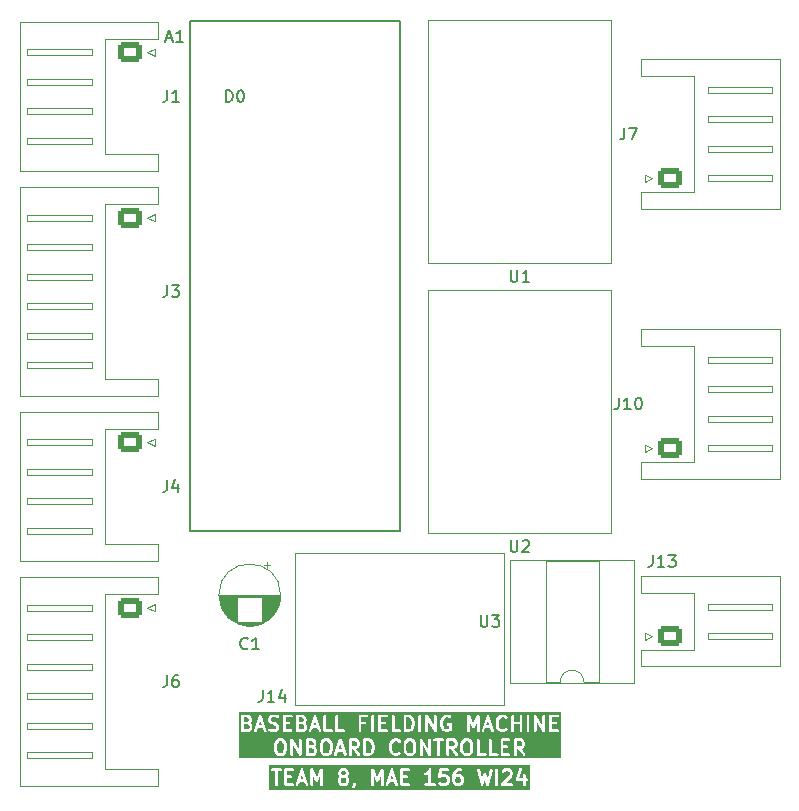
<source format=gto>
G04 #@! TF.GenerationSoftware,KiCad,Pcbnew,7.0.8*
G04 #@! TF.CreationDate,2024-03-11T02:55:16-07:00*
G04 #@! TF.ProjectId,oc_v1,6f635f76-312e-46b6-9963-61645f706362,1*
G04 #@! TF.SameCoordinates,Original*
G04 #@! TF.FileFunction,Legend,Top*
G04 #@! TF.FilePolarity,Positive*
%FSLAX46Y46*%
G04 Gerber Fmt 4.6, Leading zero omitted, Abs format (unit mm)*
G04 Created by KiCad (PCBNEW 7.0.8) date 2024-03-11 02:55:16*
%MOMM*%
%LPD*%
G01*
G04 APERTURE LIST*
G04 Aperture macros list*
%AMRoundRect*
0 Rectangle with rounded corners*
0 $1 Rounding radius*
0 $2 $3 $4 $5 $6 $7 $8 $9 X,Y pos of 4 corners*
0 Add a 4 corners polygon primitive as box body*
4,1,4,$2,$3,$4,$5,$6,$7,$8,$9,$2,$3,0*
0 Add four circle primitives for the rounded corners*
1,1,$1+$1,$2,$3*
1,1,$1+$1,$4,$5*
1,1,$1+$1,$6,$7*
1,1,$1+$1,$8,$9*
0 Add four rect primitives between the rounded corners*
20,1,$1+$1,$2,$3,$4,$5,0*
20,1,$1+$1,$4,$5,$6,$7,0*
20,1,$1+$1,$6,$7,$8,$9,0*
20,1,$1+$1,$8,$9,$2,$3,0*%
G04 Aperture macros list end*
%ADD10C,0.250000*%
%ADD11C,0.150000*%
%ADD12C,0.120000*%
%ADD13R,3.145000X3.145000*%
%ADD14C,3.145000*%
%ADD15RoundRect,0.250000X-0.725000X0.600000X-0.725000X-0.600000X0.725000X-0.600000X0.725000X0.600000X0*%
%ADD16O,1.950000X1.700000*%
%ADD17R,1.700000X1.700000*%
%ADD18O,1.700000X1.700000*%
%ADD19C,1.800000*%
%ADD20C,1.727200*%
%ADD21R,1.727200X1.727200*%
%ADD22RoundRect,0.250000X0.750000X-0.600000X0.750000X0.600000X-0.750000X0.600000X-0.750000X-0.600000X0*%
%ADD23O,2.000000X1.700000*%
%ADD24RoundRect,0.250000X0.725000X-0.600000X0.725000X0.600000X-0.725000X0.600000X-0.725000X-0.600000X0*%
%ADD25R,2.400000X1.600000*%
%ADD26O,2.400000X1.600000*%
%ADD27R,1.600000X1.600000*%
%ADD28C,1.600000*%
G04 APERTURE END LIST*
D10*
G36*
X135102147Y-112311994D02*
G01*
X135132982Y-112342829D01*
X135170238Y-112417341D01*
X135170238Y-112596419D01*
X135132982Y-112670931D01*
X135102147Y-112701766D01*
X135027634Y-112739023D01*
X134848557Y-112739023D01*
X134774045Y-112701767D01*
X134743209Y-112670931D01*
X134705953Y-112596419D01*
X134705953Y-112417341D01*
X134743209Y-112342829D01*
X134774045Y-112311993D01*
X134848557Y-112274738D01*
X135027634Y-112274738D01*
X135102147Y-112311994D01*
G37*
G36*
X135102147Y-111776279D02*
G01*
X135132982Y-111807115D01*
X135170238Y-111881627D01*
X135170238Y-111882133D01*
X135132982Y-111956645D01*
X135102147Y-111987481D01*
X135027635Y-112024738D01*
X134848556Y-112024738D01*
X134774046Y-111987483D01*
X134743209Y-111956645D01*
X134705953Y-111882133D01*
X134705953Y-111881627D01*
X134743209Y-111807115D01*
X134774046Y-111776277D01*
X134848556Y-111739023D01*
X135027635Y-111739023D01*
X135102147Y-111776279D01*
G37*
G36*
X144804526Y-112252470D02*
G01*
X144835362Y-112283306D01*
X144872618Y-112357817D01*
X144872618Y-112596419D01*
X144835362Y-112670931D01*
X144804527Y-112701766D01*
X144730014Y-112739023D01*
X144550937Y-112739023D01*
X144476425Y-112701767D01*
X144445589Y-112670931D01*
X144408333Y-112596419D01*
X144408333Y-112357817D01*
X144445589Y-112283304D01*
X144476425Y-112252469D01*
X144550936Y-112215214D01*
X144730015Y-112215214D01*
X144804526Y-112252470D01*
G37*
G36*
X131550381Y-112381880D02*
G01*
X131301999Y-112381880D01*
X131426190Y-112009306D01*
X131550381Y-112381880D01*
G37*
G36*
X139169428Y-112381880D02*
G01*
X138921046Y-112381880D01*
X139045237Y-112009306D01*
X139169428Y-112381880D01*
G37*
G36*
X150716583Y-113345848D02*
G01*
X128623892Y-113345848D01*
X128623892Y-113016024D01*
X135649285Y-113016024D01*
X135654310Y-113086278D01*
X135696519Y-113142663D01*
X135762512Y-113167277D01*
X135831335Y-113152305D01*
X135859817Y-113130983D01*
X135919342Y-113071459D01*
X135920464Y-113069403D01*
X135922479Y-113068207D01*
X135942757Y-113038972D01*
X136002280Y-112919924D01*
X136004286Y-112908772D01*
X136010413Y-112899240D01*
X136015476Y-112864023D01*
X137253572Y-112864023D01*
X137273415Y-112931603D01*
X137326645Y-112977727D01*
X137396361Y-112987751D01*
X137460430Y-112958492D01*
X137498509Y-112899240D01*
X137503572Y-112864023D01*
X137503572Y-112177469D01*
X137681965Y-112559741D01*
X137693180Y-112572470D01*
X137700099Y-112587957D01*
X137715978Y-112598348D01*
X137728525Y-112612589D01*
X137744839Y-112617234D01*
X137759035Y-112626523D01*
X137778013Y-112626679D01*
X137796266Y-112631876D01*
X137812502Y-112626963D01*
X137829467Y-112627103D01*
X137845516Y-112616973D01*
X137863681Y-112611478D01*
X137874684Y-112598566D01*
X137889030Y-112589513D01*
X137908511Y-112559741D01*
X138086905Y-112177468D01*
X138086905Y-112864023D01*
X138106748Y-112931603D01*
X138159978Y-112977727D01*
X138229694Y-112987751D01*
X138293763Y-112958492D01*
X138331842Y-112899240D01*
X138332469Y-112894881D01*
X138507440Y-112894881D01*
X138543352Y-112955471D01*
X138606321Y-112987027D01*
X138676355Y-112979530D01*
X138731217Y-112935360D01*
X138747156Y-112903551D01*
X138837713Y-112631880D01*
X139252761Y-112631880D01*
X139343318Y-112903551D01*
X139383514Y-112961388D01*
X139448598Y-112988312D01*
X139517906Y-112975776D01*
X139569435Y-112927758D01*
X139585672Y-112864023D01*
X139753572Y-112864023D01*
X139756142Y-112872778D01*
X139754844Y-112881812D01*
X139765910Y-112906044D01*
X139773415Y-112931603D01*
X139780311Y-112937578D01*
X139784103Y-112945881D01*
X139806515Y-112960284D01*
X139826645Y-112977727D01*
X139835677Y-112979025D01*
X139843355Y-112983960D01*
X139878572Y-112989023D01*
X140473810Y-112989023D01*
X140541390Y-112969180D01*
X140587514Y-112915950D01*
X140597538Y-112846234D01*
X140568279Y-112782165D01*
X140509027Y-112744086D01*
X140473810Y-112739023D01*
X140003572Y-112739023D01*
X140003572Y-112334261D01*
X140295238Y-112334261D01*
X140362818Y-112314418D01*
X140408942Y-112261188D01*
X140418966Y-112191472D01*
X140389707Y-112127403D01*
X140330455Y-112089324D01*
X140295238Y-112084261D01*
X140003572Y-112084261D01*
X140003572Y-111975571D01*
X141777459Y-111975571D01*
X141799671Y-112042410D01*
X141854494Y-112086630D01*
X141924520Y-112094190D01*
X141958283Y-112082969D01*
X142077330Y-112023445D01*
X142079043Y-112021851D01*
X142081334Y-112021353D01*
X142109816Y-112000031D01*
X142134524Y-111975323D01*
X142134524Y-112739023D01*
X141902381Y-112739023D01*
X141834801Y-112758866D01*
X141788677Y-112812096D01*
X141778653Y-112881812D01*
X141807912Y-112945881D01*
X141867164Y-112983960D01*
X141902381Y-112989023D01*
X142616666Y-112989023D01*
X142684246Y-112969180D01*
X142730370Y-112915950D01*
X142740394Y-112846234D01*
X142711135Y-112782165D01*
X142651883Y-112744086D01*
X142616666Y-112739023D01*
X142384524Y-112739023D01*
X142384524Y-112736059D01*
X142968175Y-112736059D01*
X142983147Y-112804882D01*
X143004469Y-112833364D01*
X143063993Y-112892889D01*
X143066048Y-112894011D01*
X143067245Y-112896026D01*
X143096480Y-112916304D01*
X143215526Y-112975826D01*
X143226676Y-112977832D01*
X143236211Y-112983960D01*
X143271428Y-112989023D01*
X143569047Y-112989023D01*
X143579916Y-112985831D01*
X143591185Y-112987048D01*
X143624948Y-112975827D01*
X143743996Y-112916304D01*
X143745711Y-112914708D01*
X143748001Y-112914210D01*
X143776483Y-112892888D01*
X143836008Y-112833364D01*
X143837130Y-112831308D01*
X143839145Y-112830112D01*
X143859423Y-112800877D01*
X143918946Y-112681829D01*
X143920952Y-112670677D01*
X143927079Y-112661145D01*
X143932142Y-112625928D01*
X144158333Y-112625928D01*
X144161525Y-112636800D01*
X144160309Y-112648066D01*
X144171530Y-112681830D01*
X144231054Y-112800878D01*
X144232647Y-112802591D01*
X144233146Y-112804881D01*
X144254468Y-112833364D01*
X144313991Y-112892888D01*
X144316047Y-112894010D01*
X144317244Y-112896026D01*
X144346479Y-112916304D01*
X144465527Y-112975827D01*
X144476678Y-112977833D01*
X144486211Y-112983960D01*
X144521428Y-112989023D01*
X144759523Y-112989023D01*
X144770392Y-112985831D01*
X144781661Y-112987048D01*
X144815424Y-112975827D01*
X144934472Y-112916304D01*
X144936187Y-112914708D01*
X144938477Y-112914210D01*
X144966959Y-112892888D01*
X145026484Y-112833364D01*
X145027606Y-112831308D01*
X145029621Y-112830112D01*
X145049899Y-112800877D01*
X145109422Y-112681829D01*
X145111428Y-112670677D01*
X145117555Y-112661145D01*
X145122618Y-112625928D01*
X145122618Y-112328309D01*
X145119425Y-112317436D01*
X145120642Y-112306171D01*
X145109422Y-112272408D01*
X145049899Y-112153360D01*
X145048303Y-112151644D01*
X145047805Y-112149354D01*
X145026483Y-112120872D01*
X144966959Y-112061349D01*
X144964904Y-112060226D01*
X144963708Y-112058213D01*
X144934473Y-112037935D01*
X144815425Y-111978411D01*
X144804274Y-111976404D01*
X144794740Y-111970277D01*
X144759523Y-111965214D01*
X144521428Y-111965214D01*
X144510558Y-111968405D01*
X144499290Y-111967189D01*
X144465527Y-111978410D01*
X144453510Y-111984418D01*
X144458874Y-111962962D01*
X144559045Y-111812705D01*
X144595473Y-111776278D01*
X144669984Y-111739023D01*
X144878571Y-111739023D01*
X144946151Y-111719180D01*
X144992275Y-111665950D01*
X145000673Y-111607544D01*
X146241834Y-111607544D01*
X146245065Y-111642976D01*
X146542684Y-112892975D01*
X146545142Y-112897275D01*
X146545266Y-112902226D01*
X146562449Y-112927549D01*
X146577640Y-112954121D01*
X146582032Y-112956409D01*
X146584814Y-112960508D01*
X146612967Y-112972524D01*
X146640106Y-112986662D01*
X146645036Y-112986212D01*
X146649593Y-112988157D01*
X146679773Y-112983044D01*
X146710248Y-112980266D01*
X146714153Y-112977221D01*
X146719038Y-112976394D01*
X146741661Y-112955778D01*
X146765798Y-112936963D01*
X146767437Y-112932289D01*
X146771098Y-112928954D01*
X146785064Y-112896231D01*
X146902380Y-112456295D01*
X147019696Y-112896231D01*
X147022268Y-112900462D01*
X147022525Y-112905409D01*
X147040386Y-112930267D01*
X147056282Y-112956416D01*
X147060733Y-112958584D01*
X147063624Y-112962608D01*
X147092090Y-112973864D01*
X147119599Y-112987268D01*
X147124516Y-112986685D01*
X147129122Y-112988507D01*
X147159148Y-112982587D01*
X147189543Y-112978990D01*
X147193366Y-112975841D01*
X147198226Y-112974883D01*
X147220284Y-112953669D01*
X147243910Y-112934211D01*
X147245424Y-112929494D01*
X147248993Y-112926062D01*
X147262076Y-112892976D01*
X147268970Y-112864023D01*
X147789285Y-112864023D01*
X147809128Y-112931603D01*
X147862358Y-112977727D01*
X147932074Y-112987751D01*
X147996143Y-112958492D01*
X148034222Y-112899240D01*
X148036728Y-112881812D01*
X148266747Y-112881812D01*
X148272387Y-112894163D01*
X148273356Y-112907706D01*
X148286732Y-112925575D01*
X148296006Y-112945881D01*
X148307428Y-112953221D01*
X148315565Y-112964091D01*
X148336479Y-112971891D01*
X148355258Y-112983960D01*
X148377352Y-112987136D01*
X148381558Y-112988705D01*
X148384225Y-112988124D01*
X148390475Y-112989023D01*
X149164284Y-112989023D01*
X149231864Y-112969180D01*
X149277988Y-112915950D01*
X149288012Y-112846234D01*
X149258753Y-112782165D01*
X149199501Y-112744086D01*
X149164284Y-112739023D01*
X148692252Y-112739023D01*
X148966130Y-112465146D01*
X149516747Y-112465146D01*
X149519591Y-112471374D01*
X149519344Y-112478215D01*
X149534033Y-112502999D01*
X149546006Y-112529215D01*
X149551765Y-112532916D01*
X149555256Y-112538805D01*
X149581013Y-112551713D01*
X149605258Y-112567294D01*
X149614859Y-112568674D01*
X149618225Y-112570361D01*
X149623020Y-112569847D01*
X149640475Y-112572357D01*
X150110713Y-112572357D01*
X150110713Y-112864023D01*
X150130556Y-112931603D01*
X150183786Y-112977727D01*
X150253502Y-112987751D01*
X150317571Y-112958492D01*
X150355650Y-112899240D01*
X150360713Y-112864023D01*
X150360713Y-112572357D01*
X150414284Y-112572357D01*
X150481864Y-112552514D01*
X150527988Y-112499284D01*
X150538012Y-112429568D01*
X150508753Y-112365499D01*
X150449501Y-112327420D01*
X150414284Y-112322357D01*
X150360713Y-112322357D01*
X150360713Y-112030690D01*
X150340870Y-111963110D01*
X150287640Y-111916986D01*
X150217924Y-111906962D01*
X150153855Y-111936221D01*
X150115776Y-111995473D01*
X150110713Y-112030690D01*
X150110713Y-112322357D01*
X149813903Y-112322357D01*
X150056679Y-111594028D01*
X150059225Y-111523641D01*
X150023313Y-111463052D01*
X149960344Y-111431496D01*
X149890310Y-111438993D01*
X149835448Y-111483163D01*
X149819509Y-111514971D01*
X149521890Y-112407829D01*
X149520848Y-112436619D01*
X149516747Y-112465146D01*
X148966130Y-112465146D01*
X149193149Y-112238127D01*
X149198579Y-112228182D01*
X149207407Y-112221075D01*
X149223347Y-112189266D01*
X149282870Y-112010694D01*
X149282954Y-112008353D01*
X149284221Y-112006383D01*
X149289284Y-111971166D01*
X149289284Y-111852119D01*
X149286091Y-111841246D01*
X149287308Y-111829981D01*
X149276088Y-111796218D01*
X149216565Y-111677170D01*
X149214970Y-111675455D01*
X149214472Y-111673165D01*
X149193150Y-111644683D01*
X149133625Y-111585159D01*
X149131571Y-111584037D01*
X149130374Y-111582022D01*
X149101139Y-111561744D01*
X148982091Y-111502220D01*
X148970940Y-111500213D01*
X148961406Y-111494086D01*
X148926189Y-111489023D01*
X148628570Y-111489023D01*
X148617697Y-111492215D01*
X148606431Y-111490999D01*
X148572668Y-111502220D01*
X148453621Y-111561744D01*
X148451907Y-111563337D01*
X148449617Y-111563836D01*
X148421135Y-111585158D01*
X148361611Y-111644683D01*
X148327855Y-111706500D01*
X148332880Y-111776754D01*
X148375089Y-111833139D01*
X148441082Y-111857753D01*
X148509905Y-111842781D01*
X148538387Y-111821459D01*
X148583568Y-111776278D01*
X148658078Y-111739023D01*
X148896681Y-111739023D01*
X148971193Y-111776279D01*
X149002028Y-111807115D01*
X149039284Y-111881627D01*
X149039284Y-111950880D01*
X148995505Y-112082217D01*
X148302087Y-112775635D01*
X148291390Y-112795224D01*
X148276771Y-112812096D01*
X148274838Y-112825536D01*
X148268332Y-112837452D01*
X148269924Y-112859715D01*
X148266747Y-112881812D01*
X148036728Y-112881812D01*
X148039285Y-112864023D01*
X148039285Y-111614023D01*
X148019442Y-111546443D01*
X147966212Y-111500319D01*
X147896496Y-111490295D01*
X147832427Y-111519554D01*
X147794348Y-111578806D01*
X147789285Y-111614023D01*
X147789285Y-112864023D01*
X147268970Y-112864023D01*
X147559696Y-111642975D01*
X147556045Y-111572637D01*
X147514946Y-111515438D01*
X147449448Y-111489539D01*
X147380344Y-111503163D01*
X147329577Y-111551983D01*
X147316494Y-111585070D01*
X147133613Y-112353164D01*
X147023159Y-111938958D01*
X147021479Y-111936195D01*
X147021399Y-111932963D01*
X147003311Y-111906307D01*
X146986574Y-111878773D01*
X146983666Y-111877356D01*
X146981851Y-111874681D01*
X146952211Y-111862030D01*
X146923256Y-111847922D01*
X146920046Y-111848301D01*
X146917072Y-111847032D01*
X146885302Y-111852413D01*
X146853312Y-111856199D01*
X146850815Y-111858254D01*
X146847627Y-111858795D01*
X146823813Y-111880495D01*
X146798945Y-111900978D01*
X146797956Y-111904057D01*
X146795567Y-111906235D01*
X146781601Y-111938958D01*
X146671146Y-112353163D01*
X146488267Y-111585070D01*
X146453310Y-111523924D01*
X146390845Y-111491384D01*
X146320703Y-111497780D01*
X146265153Y-111541083D01*
X146241834Y-111607544D01*
X145000673Y-111607544D01*
X145002299Y-111596234D01*
X144973040Y-111532165D01*
X144913788Y-111494086D01*
X144878571Y-111489023D01*
X144640476Y-111489023D01*
X144629606Y-111492214D01*
X144618338Y-111490998D01*
X144584575Y-111502219D01*
X144465526Y-111561744D01*
X144463812Y-111563337D01*
X144461522Y-111563836D01*
X144433040Y-111585158D01*
X144373516Y-111644683D01*
X144371244Y-111648843D01*
X144357897Y-111663734D01*
X144238851Y-111842305D01*
X144237746Y-111845843D01*
X144235042Y-111848387D01*
X144221589Y-111881325D01*
X144162065Y-112119421D01*
X144162203Y-112122818D01*
X144158333Y-112149738D01*
X144158333Y-112625928D01*
X143932142Y-112625928D01*
X143932142Y-112328309D01*
X143928949Y-112317436D01*
X143930166Y-112306171D01*
X143918946Y-112272408D01*
X143859423Y-112153360D01*
X143857827Y-112151644D01*
X143857329Y-112149354D01*
X143836007Y-112120872D01*
X143776483Y-112061349D01*
X143774428Y-112060226D01*
X143773232Y-112058213D01*
X143743997Y-112037935D01*
X143624949Y-111978411D01*
X143613798Y-111976404D01*
X143604264Y-111970277D01*
X143569047Y-111965214D01*
X143271428Y-111965214D01*
X143260555Y-111968406D01*
X143249289Y-111967190D01*
X143242461Y-111969459D01*
X143265505Y-111739023D01*
X143747619Y-111739023D01*
X143815199Y-111719180D01*
X143861323Y-111665950D01*
X143871347Y-111596234D01*
X143842088Y-111532165D01*
X143782836Y-111494086D01*
X143747619Y-111489023D01*
X143152381Y-111489023D01*
X143149702Y-111489809D01*
X143146992Y-111489139D01*
X143116100Y-111499675D01*
X143084801Y-111508866D01*
X143082973Y-111510974D01*
X143080329Y-111511877D01*
X143060028Y-111537455D01*
X143038677Y-111562096D01*
X143038279Y-111564857D01*
X143036543Y-111567046D01*
X143028001Y-111601585D01*
X142968477Y-112196823D01*
X142973716Y-112224679D01*
X142975738Y-112252943D01*
X142980138Y-112258822D01*
X142981497Y-112266042D01*
X143000963Y-112286640D01*
X143017946Y-112309328D01*
X143024828Y-112311895D01*
X143029874Y-112317234D01*
X143057385Y-112324038D01*
X143083939Y-112333943D01*
X143091116Y-112332381D01*
X143098246Y-112334145D01*
X143125065Y-112324996D01*
X143152762Y-112318972D01*
X143161161Y-112312684D01*
X143164909Y-112311406D01*
X143167895Y-112307643D01*
X143181245Y-112297650D01*
X143226426Y-112252469D01*
X143300936Y-112215214D01*
X143539539Y-112215214D01*
X143614050Y-112252470D01*
X143644886Y-112283306D01*
X143682142Y-112357817D01*
X143682142Y-112596419D01*
X143644886Y-112670931D01*
X143614051Y-112701766D01*
X143539538Y-112739023D01*
X143300937Y-112739023D01*
X143226425Y-112701767D01*
X143181245Y-112656588D01*
X143119428Y-112622832D01*
X143049174Y-112627857D01*
X142992789Y-112670066D01*
X142968175Y-112736059D01*
X142384524Y-112736059D01*
X142384524Y-111614023D01*
X142374893Y-111581225D01*
X142365802Y-111548219D01*
X142364988Y-111547489D01*
X142364681Y-111546443D01*
X142338861Y-111524070D01*
X142313355Y-111501207D01*
X142312275Y-111501033D01*
X142311451Y-111500319D01*
X142277625Y-111495455D01*
X142243816Y-111490013D01*
X142242814Y-111490450D01*
X142241735Y-111490295D01*
X142210657Y-111504487D01*
X142179265Y-111518191D01*
X142178304Y-111519262D01*
X142177666Y-111519554D01*
X142176710Y-111521041D01*
X142155518Y-111544685D01*
X142043336Y-111712957D01*
X141947382Y-111808911D01*
X141846479Y-111859363D01*
X141794908Y-111907334D01*
X141777459Y-111975571D01*
X140003572Y-111975571D01*
X140003572Y-111739023D01*
X140473810Y-111739023D01*
X140541390Y-111719180D01*
X140587514Y-111665950D01*
X140597538Y-111596234D01*
X140568279Y-111532165D01*
X140509027Y-111494086D01*
X140473810Y-111489023D01*
X139878572Y-111489023D01*
X139869816Y-111491593D01*
X139860783Y-111490295D01*
X139836550Y-111501361D01*
X139810992Y-111508866D01*
X139805016Y-111515762D01*
X139796714Y-111519554D01*
X139782310Y-111541966D01*
X139764868Y-111562096D01*
X139763569Y-111571128D01*
X139758635Y-111578806D01*
X139753572Y-111614023D01*
X139753572Y-112864023D01*
X139585672Y-112864023D01*
X139586823Y-112859505D01*
X139580489Y-112824494D01*
X139163823Y-111574495D01*
X139146203Y-111549141D01*
X139130457Y-111522575D01*
X139126289Y-111520486D01*
X139123628Y-111516657D01*
X139095090Y-111504851D01*
X139067488Y-111491019D01*
X139062852Y-111491515D01*
X139058544Y-111489733D01*
X139028161Y-111495228D01*
X138997454Y-111498516D01*
X138993821Y-111501440D01*
X138989236Y-111502270D01*
X138966653Y-111523313D01*
X138942592Y-111542686D01*
X138939724Y-111548407D01*
X138937707Y-111550288D01*
X138936594Y-111554654D01*
X138926653Y-111574494D01*
X138509986Y-112824495D01*
X138507440Y-112894881D01*
X138332469Y-112894881D01*
X138336905Y-112864023D01*
X138336905Y-111614023D01*
X138334479Y-111605763D01*
X138335775Y-111597253D01*
X138324707Y-111572480D01*
X138317062Y-111546443D01*
X138310555Y-111540804D01*
X138307044Y-111532946D01*
X138284339Y-111518088D01*
X138263832Y-111500319D01*
X138255311Y-111499093D01*
X138248108Y-111494380D01*
X138220975Y-111494156D01*
X138194116Y-111490295D01*
X138186283Y-111493871D01*
X138177676Y-111493801D01*
X138154732Y-111508280D01*
X138130047Y-111519554D01*
X138125392Y-111526797D01*
X138118113Y-111531391D01*
X138098632Y-111561163D01*
X137795238Y-112211291D01*
X137491845Y-111561162D01*
X137486154Y-111554702D01*
X137483729Y-111546443D01*
X137463222Y-111528674D01*
X137445285Y-111508314D01*
X137437005Y-111505956D01*
X137430499Y-111500319D01*
X137403641Y-111496457D01*
X137377544Y-111489027D01*
X137369304Y-111491520D01*
X137360783Y-111490295D01*
X137336102Y-111501566D01*
X137310129Y-111509425D01*
X137304544Y-111515977D01*
X137296714Y-111519554D01*
X137282044Y-111542379D01*
X137264444Y-111563033D01*
X137263288Y-111571564D01*
X137258635Y-111578806D01*
X137253572Y-111614023D01*
X137253572Y-112864023D01*
X136015476Y-112864023D01*
X136015476Y-112804500D01*
X135995633Y-112736920D01*
X135942403Y-112690796D01*
X135872687Y-112680772D01*
X135808618Y-112710031D01*
X135770539Y-112769283D01*
X135765476Y-112804500D01*
X135765476Y-112834514D01*
X135728220Y-112909026D01*
X135683041Y-112954207D01*
X135649285Y-113016024D01*
X128623892Y-113016024D01*
X128623892Y-111631812D01*
X128802463Y-111631812D01*
X128831722Y-111695881D01*
X128890974Y-111733960D01*
X128926191Y-111739023D01*
X129158334Y-111739023D01*
X129158334Y-112864023D01*
X129178177Y-112931603D01*
X129231407Y-112977727D01*
X129301123Y-112987751D01*
X129365192Y-112958492D01*
X129403271Y-112899240D01*
X129408334Y-112864023D01*
X129932144Y-112864023D01*
X129934714Y-112872778D01*
X129933416Y-112881812D01*
X129944482Y-112906044D01*
X129951987Y-112931603D01*
X129958883Y-112937578D01*
X129962675Y-112945881D01*
X129985087Y-112960284D01*
X130005217Y-112977727D01*
X130014249Y-112979025D01*
X130021927Y-112983960D01*
X130057144Y-112989023D01*
X130652382Y-112989023D01*
X130719962Y-112969180D01*
X130766086Y-112915950D01*
X130769115Y-112894881D01*
X130888393Y-112894881D01*
X130924305Y-112955471D01*
X130987274Y-112987027D01*
X131057308Y-112979530D01*
X131112170Y-112935360D01*
X131128109Y-112903551D01*
X131218666Y-112631880D01*
X131633714Y-112631880D01*
X131724271Y-112903551D01*
X131764467Y-112961388D01*
X131829551Y-112988312D01*
X131898859Y-112975776D01*
X131950388Y-112927758D01*
X131966625Y-112864023D01*
X132134525Y-112864023D01*
X132154368Y-112931603D01*
X132207598Y-112977727D01*
X132277314Y-112987751D01*
X132341383Y-112958492D01*
X132379462Y-112899240D01*
X132384525Y-112864023D01*
X132384525Y-112177469D01*
X132562918Y-112559741D01*
X132574133Y-112572470D01*
X132581052Y-112587957D01*
X132596931Y-112598348D01*
X132609478Y-112612589D01*
X132625792Y-112617234D01*
X132639988Y-112626523D01*
X132658966Y-112626679D01*
X132677219Y-112631876D01*
X132693455Y-112626963D01*
X132710420Y-112627103D01*
X132726469Y-112616973D01*
X132744634Y-112611478D01*
X132755637Y-112598566D01*
X132769983Y-112589513D01*
X132789464Y-112559741D01*
X132967858Y-112177468D01*
X132967858Y-112864023D01*
X132987701Y-112931603D01*
X133040931Y-112977727D01*
X133110647Y-112987751D01*
X133174716Y-112958492D01*
X133212795Y-112899240D01*
X133217858Y-112864023D01*
X133217858Y-112625928D01*
X134455953Y-112625928D01*
X134459145Y-112636800D01*
X134457929Y-112648066D01*
X134469150Y-112681830D01*
X134528674Y-112800878D01*
X134530267Y-112802591D01*
X134530766Y-112804881D01*
X134552088Y-112833364D01*
X134611611Y-112892888D01*
X134613667Y-112894010D01*
X134614864Y-112896026D01*
X134644099Y-112916304D01*
X134763147Y-112975827D01*
X134774298Y-112977833D01*
X134783831Y-112983960D01*
X134819048Y-112989023D01*
X135057143Y-112989023D01*
X135068012Y-112985831D01*
X135079281Y-112987048D01*
X135113044Y-112975827D01*
X135232092Y-112916304D01*
X135233807Y-112914708D01*
X135236097Y-112914210D01*
X135264579Y-112892888D01*
X135324104Y-112833364D01*
X135325226Y-112831308D01*
X135327241Y-112830112D01*
X135347519Y-112800877D01*
X135407042Y-112681829D01*
X135409048Y-112670677D01*
X135415175Y-112661145D01*
X135420238Y-112625928D01*
X135420238Y-112387833D01*
X135417045Y-112376960D01*
X135418262Y-112365695D01*
X135407042Y-112331932D01*
X135347519Y-112212884D01*
X135345924Y-112211169D01*
X135345426Y-112208879D01*
X135324104Y-112180397D01*
X135293443Y-112149737D01*
X135324104Y-112119078D01*
X135325226Y-112117022D01*
X135327241Y-112115826D01*
X135347519Y-112086591D01*
X135407042Y-111967543D01*
X135409048Y-111956391D01*
X135415175Y-111946859D01*
X135420238Y-111911642D01*
X135420238Y-111852119D01*
X135417045Y-111841246D01*
X135418262Y-111829981D01*
X135407042Y-111796218D01*
X135347519Y-111677170D01*
X135345924Y-111675455D01*
X135345426Y-111673165D01*
X135324104Y-111644683D01*
X135264579Y-111585159D01*
X135262525Y-111584037D01*
X135261328Y-111582022D01*
X135232093Y-111561744D01*
X135113045Y-111502220D01*
X135101894Y-111500213D01*
X135092360Y-111494086D01*
X135057143Y-111489023D01*
X134819048Y-111489023D01*
X134808178Y-111492214D01*
X134796910Y-111490998D01*
X134763147Y-111502219D01*
X134644098Y-111561744D01*
X134642383Y-111563338D01*
X134640093Y-111563837D01*
X134611611Y-111585159D01*
X134552088Y-111644683D01*
X134550965Y-111646737D01*
X134548952Y-111647934D01*
X134528674Y-111677169D01*
X134469150Y-111796217D01*
X134467143Y-111807367D01*
X134461016Y-111816902D01*
X134455953Y-111852119D01*
X134455953Y-111911642D01*
X134459145Y-111922514D01*
X134457929Y-111933780D01*
X134469150Y-111967544D01*
X134528674Y-112086592D01*
X134530267Y-112088305D01*
X134530766Y-112090595D01*
X134552088Y-112119078D01*
X134582746Y-112149737D01*
X134552088Y-112180397D01*
X134550965Y-112182451D01*
X134548952Y-112183648D01*
X134528674Y-112212883D01*
X134469150Y-112331931D01*
X134467143Y-112343081D01*
X134461016Y-112352616D01*
X134455953Y-112387833D01*
X134455953Y-112625928D01*
X133217858Y-112625928D01*
X133217858Y-111614023D01*
X133215432Y-111605763D01*
X133216728Y-111597253D01*
X133205660Y-111572480D01*
X133198015Y-111546443D01*
X133191508Y-111540804D01*
X133187997Y-111532946D01*
X133165292Y-111518088D01*
X133144785Y-111500319D01*
X133136264Y-111499093D01*
X133129061Y-111494380D01*
X133101928Y-111494156D01*
X133075069Y-111490295D01*
X133067236Y-111493871D01*
X133058629Y-111493801D01*
X133035685Y-111508280D01*
X133011000Y-111519554D01*
X133006345Y-111526797D01*
X132999066Y-111531391D01*
X132979585Y-111561163D01*
X132676191Y-112211291D01*
X132372798Y-111561162D01*
X132367107Y-111554702D01*
X132364682Y-111546443D01*
X132344175Y-111528674D01*
X132326238Y-111508314D01*
X132317958Y-111505956D01*
X132311452Y-111500319D01*
X132284594Y-111496457D01*
X132258497Y-111489027D01*
X132250257Y-111491520D01*
X132241736Y-111490295D01*
X132217055Y-111501566D01*
X132191082Y-111509425D01*
X132185497Y-111515977D01*
X132177667Y-111519554D01*
X132162997Y-111542379D01*
X132145397Y-111563033D01*
X132144241Y-111571564D01*
X132139588Y-111578806D01*
X132134525Y-111614023D01*
X132134525Y-112864023D01*
X131966625Y-112864023D01*
X131967776Y-112859505D01*
X131961442Y-112824494D01*
X131544776Y-111574495D01*
X131527156Y-111549141D01*
X131511410Y-111522575D01*
X131507242Y-111520486D01*
X131504581Y-111516657D01*
X131476043Y-111504851D01*
X131448441Y-111491019D01*
X131443805Y-111491515D01*
X131439497Y-111489733D01*
X131409114Y-111495228D01*
X131378407Y-111498516D01*
X131374774Y-111501440D01*
X131370189Y-111502270D01*
X131347606Y-111523313D01*
X131323545Y-111542686D01*
X131320677Y-111548407D01*
X131318660Y-111550288D01*
X131317547Y-111554654D01*
X131307606Y-111574494D01*
X130890939Y-112824495D01*
X130888393Y-112894881D01*
X130769115Y-112894881D01*
X130776110Y-112846234D01*
X130746851Y-112782165D01*
X130687599Y-112744086D01*
X130652382Y-112739023D01*
X130182144Y-112739023D01*
X130182144Y-112334261D01*
X130473810Y-112334261D01*
X130541390Y-112314418D01*
X130587514Y-112261188D01*
X130597538Y-112191472D01*
X130568279Y-112127403D01*
X130509027Y-112089324D01*
X130473810Y-112084261D01*
X130182144Y-112084261D01*
X130182144Y-111739023D01*
X130652382Y-111739023D01*
X130719962Y-111719180D01*
X130766086Y-111665950D01*
X130776110Y-111596234D01*
X130746851Y-111532165D01*
X130687599Y-111494086D01*
X130652382Y-111489023D01*
X130057144Y-111489023D01*
X130048388Y-111491593D01*
X130039355Y-111490295D01*
X130015122Y-111501361D01*
X129989564Y-111508866D01*
X129983588Y-111515762D01*
X129975286Y-111519554D01*
X129960882Y-111541966D01*
X129943440Y-111562096D01*
X129942141Y-111571128D01*
X129937207Y-111578806D01*
X129932144Y-111614023D01*
X129932144Y-112864023D01*
X129408334Y-112864023D01*
X129408334Y-111739023D01*
X129640477Y-111739023D01*
X129708057Y-111719180D01*
X129754181Y-111665950D01*
X129764205Y-111596234D01*
X129734946Y-111532165D01*
X129675694Y-111494086D01*
X129640477Y-111489023D01*
X128926191Y-111489023D01*
X128858611Y-111508866D01*
X128812487Y-111562096D01*
X128802463Y-111631812D01*
X128623892Y-111631812D01*
X128623892Y-111252925D01*
X150716583Y-111252925D01*
X150716583Y-113345848D01*
G37*
G36*
X129774763Y-109236278D02*
G01*
X129854985Y-109316500D01*
X129902380Y-109506079D01*
X129902380Y-109891967D01*
X129854985Y-110081546D01*
X129774764Y-110161767D01*
X129700252Y-110199023D01*
X129521175Y-110199023D01*
X129446662Y-110161767D01*
X129366441Y-110081545D01*
X129319047Y-109891967D01*
X129319047Y-109506079D01*
X129366441Y-109316501D01*
X129446664Y-109236277D01*
X129521174Y-109199023D01*
X129700253Y-109199023D01*
X129774763Y-109236278D01*
G37*
G36*
X132400332Y-109838038D02*
G01*
X132424648Y-109862354D01*
X132461904Y-109936865D01*
X132461904Y-110056420D01*
X132424648Y-110130930D01*
X132393811Y-110161767D01*
X132319300Y-110199023D01*
X131997619Y-110199023D01*
X131997619Y-109794261D01*
X132269002Y-109794261D01*
X132400332Y-109838038D01*
G37*
G36*
X132334289Y-109236279D02*
G01*
X132365124Y-109267115D01*
X132402380Y-109341627D01*
X132402380Y-109401657D01*
X132365124Y-109476169D01*
X132334289Y-109507004D01*
X132259776Y-109544261D01*
X131997619Y-109544261D01*
X131997619Y-109199023D01*
X132259777Y-109199023D01*
X132334289Y-109236279D01*
G37*
G36*
X133643811Y-109236278D02*
G01*
X133724033Y-109316500D01*
X133771428Y-109506079D01*
X133771428Y-109891967D01*
X133724033Y-110081546D01*
X133643812Y-110161767D01*
X133569300Y-110199023D01*
X133390223Y-110199023D01*
X133315710Y-110161767D01*
X133235489Y-110081545D01*
X133188095Y-109891967D01*
X133188095Y-109506079D01*
X133235489Y-109316501D01*
X133315712Y-109236277D01*
X133390222Y-109199023D01*
X133569301Y-109199023D01*
X133643811Y-109236278D01*
G37*
G36*
X137162239Y-109242800D02*
G01*
X137246077Y-109326639D01*
X137290392Y-109415270D01*
X137342857Y-109625127D01*
X137342857Y-109772919D01*
X137290392Y-109982775D01*
X137246077Y-110071407D01*
X137162239Y-110155246D01*
X137030906Y-110199023D01*
X136878572Y-110199023D01*
X136878572Y-109199023D01*
X137030907Y-109199023D01*
X137162239Y-109242800D01*
G37*
G36*
X140727145Y-109236278D02*
G01*
X140807367Y-109316500D01*
X140854762Y-109506079D01*
X140854762Y-109891967D01*
X140807367Y-110081546D01*
X140727146Y-110161767D01*
X140652634Y-110199023D01*
X140473557Y-110199023D01*
X140399044Y-110161767D01*
X140318823Y-110081545D01*
X140271429Y-109891967D01*
X140271429Y-109506079D01*
X140318823Y-109316501D01*
X140399046Y-109236277D01*
X140473556Y-109199023D01*
X140652635Y-109199023D01*
X140727145Y-109236278D01*
G37*
G36*
X145548574Y-109236278D02*
G01*
X145628796Y-109316500D01*
X145676191Y-109506079D01*
X145676191Y-109891967D01*
X145628796Y-110081546D01*
X145548575Y-110161767D01*
X145474063Y-110199023D01*
X145294986Y-110199023D01*
X145220473Y-110161767D01*
X145140252Y-110081545D01*
X145092858Y-109891967D01*
X145092858Y-109506079D01*
X145140252Y-109316501D01*
X145220475Y-109236277D01*
X145294985Y-109199023D01*
X145474064Y-109199023D01*
X145548574Y-109236278D01*
G37*
G36*
X134794428Y-109841880D02*
G01*
X134546046Y-109841880D01*
X134670237Y-109469306D01*
X134794428Y-109841880D01*
G37*
G36*
X136024764Y-109236278D02*
G01*
X136055601Y-109267116D01*
X136092857Y-109341627D01*
X136092857Y-109461182D01*
X136055601Y-109535692D01*
X136024766Y-109566528D01*
X135950254Y-109603785D01*
X135628572Y-109603785D01*
X135628572Y-109199023D01*
X135950254Y-109199023D01*
X136024764Y-109236278D01*
G37*
G36*
X144298574Y-109236278D02*
G01*
X144329411Y-109267116D01*
X144366667Y-109341627D01*
X144366667Y-109461182D01*
X144329411Y-109535692D01*
X144298576Y-109566528D01*
X144224064Y-109603785D01*
X143902382Y-109603785D01*
X143902382Y-109199023D01*
X144224064Y-109199023D01*
X144298574Y-109236278D01*
G37*
G36*
X150012860Y-109236278D02*
G01*
X150043697Y-109267116D01*
X150080953Y-109341627D01*
X150080953Y-109461182D01*
X150043697Y-109535692D01*
X150012862Y-109566528D01*
X149938350Y-109603785D01*
X149616668Y-109603785D01*
X149616668Y-109199023D01*
X149938350Y-109199023D01*
X150012860Y-109236278D01*
G37*
G36*
X126924141Y-107825538D02*
G01*
X126948457Y-107849854D01*
X126985713Y-107924365D01*
X126985713Y-108043920D01*
X126948457Y-108118430D01*
X126917620Y-108149267D01*
X126843109Y-108186523D01*
X126521428Y-108186523D01*
X126521428Y-107781761D01*
X126792811Y-107781761D01*
X126924141Y-107825538D01*
G37*
G36*
X126858098Y-107223779D02*
G01*
X126888933Y-107254615D01*
X126926189Y-107329127D01*
X126926189Y-107389157D01*
X126888933Y-107463669D01*
X126858098Y-107494504D01*
X126783585Y-107531761D01*
X126521428Y-107531761D01*
X126521428Y-107186523D01*
X126783586Y-107186523D01*
X126858098Y-107223779D01*
G37*
G36*
X131566998Y-107825538D02*
G01*
X131591314Y-107849854D01*
X131628570Y-107924365D01*
X131628570Y-108043920D01*
X131591314Y-108118430D01*
X131560477Y-108149267D01*
X131485966Y-108186523D01*
X131164285Y-108186523D01*
X131164285Y-107781761D01*
X131435668Y-107781761D01*
X131566998Y-107825538D01*
G37*
G36*
X131500955Y-107223779D02*
G01*
X131531790Y-107254615D01*
X131569046Y-107329127D01*
X131569046Y-107389157D01*
X131531790Y-107463669D01*
X131500955Y-107494504D01*
X131426442Y-107531761D01*
X131164285Y-107531761D01*
X131164285Y-107186523D01*
X131426443Y-107186523D01*
X131500955Y-107223779D01*
G37*
G36*
X140555096Y-107230300D02*
G01*
X140638934Y-107314139D01*
X140683249Y-107402770D01*
X140735714Y-107612627D01*
X140735714Y-107760419D01*
X140683249Y-107970275D01*
X140638934Y-108058907D01*
X140555096Y-108142746D01*
X140423763Y-108186523D01*
X140271429Y-108186523D01*
X140271429Y-107186523D01*
X140423764Y-107186523D01*
X140555096Y-107230300D01*
G37*
G36*
X128008713Y-107829380D02*
G01*
X127760331Y-107829380D01*
X127884522Y-107456806D01*
X128008713Y-107829380D01*
G37*
G36*
X132651570Y-107829380D02*
G01*
X132403188Y-107829380D01*
X132527379Y-107456806D01*
X132651570Y-107829380D01*
G37*
G36*
X147294428Y-107829380D02*
G01*
X147046046Y-107829380D01*
X147170237Y-107456806D01*
X147294428Y-107829380D01*
G37*
G36*
X153365395Y-110627594D02*
G01*
X126092857Y-110627594D01*
X126092857Y-109907357D01*
X129069047Y-109907357D01*
X129070005Y-109910619D01*
X129072779Y-109937674D01*
X129132303Y-110175769D01*
X129140440Y-110189640D01*
X129143860Y-110205358D01*
X129165182Y-110233840D01*
X129284230Y-110352888D01*
X129286284Y-110354009D01*
X129287482Y-110356026D01*
X129316717Y-110376304D01*
X129435765Y-110435827D01*
X129446916Y-110437833D01*
X129456449Y-110443960D01*
X129491666Y-110449023D01*
X129729761Y-110449023D01*
X129740630Y-110445831D01*
X129751899Y-110447048D01*
X129785662Y-110435827D01*
X129904710Y-110376304D01*
X129906425Y-110374708D01*
X129908716Y-110374210D01*
X129937198Y-110352888D01*
X129966063Y-110324023D01*
X130438095Y-110324023D01*
X130457938Y-110391603D01*
X130511168Y-110437727D01*
X130580884Y-110447751D01*
X130644953Y-110418492D01*
X130683032Y-110359240D01*
X130688095Y-110324023D01*
X130688095Y-109544718D01*
X131168850Y-110386041D01*
X131171274Y-110388373D01*
X131172223Y-110391603D01*
X131196471Y-110412614D01*
X131219607Y-110434872D01*
X131222910Y-110435523D01*
X131225453Y-110437727D01*
X131257214Y-110442293D01*
X131288708Y-110448509D01*
X131291838Y-110447272D01*
X131295169Y-110447751D01*
X131324352Y-110434423D01*
X131354212Y-110422624D01*
X131356177Y-110419889D01*
X131359238Y-110418492D01*
X131376581Y-110391504D01*
X131395323Y-110365433D01*
X131395498Y-110362070D01*
X131397317Y-110359240D01*
X131402380Y-110324023D01*
X131747619Y-110324023D01*
X131750189Y-110332778D01*
X131748891Y-110341812D01*
X131759957Y-110366044D01*
X131767462Y-110391603D01*
X131774358Y-110397578D01*
X131778150Y-110405881D01*
X131800562Y-110420284D01*
X131820692Y-110437727D01*
X131829724Y-110439025D01*
X131837402Y-110443960D01*
X131872619Y-110449023D01*
X132348809Y-110449023D01*
X132359678Y-110445831D01*
X132370947Y-110447048D01*
X132404710Y-110435827D01*
X132523758Y-110376304D01*
X132525473Y-110374708D01*
X132527764Y-110374210D01*
X132556246Y-110352888D01*
X132615769Y-110293364D01*
X132616891Y-110291307D01*
X132618905Y-110290112D01*
X132639183Y-110260878D01*
X132698708Y-110141829D01*
X132700714Y-110130677D01*
X132706841Y-110121145D01*
X132711904Y-110085928D01*
X132711904Y-109907357D01*
X132938095Y-109907357D01*
X132939053Y-109910619D01*
X132941827Y-109937674D01*
X133001351Y-110175769D01*
X133009488Y-110189640D01*
X133012908Y-110205358D01*
X133034230Y-110233840D01*
X133153278Y-110352888D01*
X133155332Y-110354009D01*
X133156530Y-110356026D01*
X133185765Y-110376304D01*
X133304813Y-110435827D01*
X133315964Y-110437833D01*
X133325497Y-110443960D01*
X133360714Y-110449023D01*
X133598809Y-110449023D01*
X133609678Y-110445831D01*
X133620947Y-110447048D01*
X133654710Y-110435827D01*
X133773758Y-110376304D01*
X133775473Y-110374708D01*
X133777764Y-110374210D01*
X133803584Y-110354881D01*
X134132440Y-110354881D01*
X134168352Y-110415471D01*
X134231321Y-110447027D01*
X134301355Y-110439530D01*
X134356217Y-110395360D01*
X134372156Y-110363551D01*
X134462713Y-110091880D01*
X134877761Y-110091880D01*
X134968318Y-110363551D01*
X135008514Y-110421388D01*
X135073598Y-110448312D01*
X135142906Y-110435776D01*
X135194435Y-110387758D01*
X135210672Y-110324023D01*
X135378572Y-110324023D01*
X135398415Y-110391603D01*
X135451645Y-110437727D01*
X135521361Y-110447751D01*
X135585430Y-110418492D01*
X135623509Y-110359240D01*
X135628572Y-110324023D01*
X135628572Y-109853785D01*
X135736109Y-109853785D01*
X136115453Y-110395706D01*
X136170463Y-110439690D01*
X136240521Y-110446951D01*
X136303383Y-110415183D01*
X136339092Y-110354472D01*
X136337888Y-110324023D01*
X136628572Y-110324023D01*
X136631142Y-110332778D01*
X136629844Y-110341812D01*
X136640910Y-110366044D01*
X136648415Y-110391603D01*
X136655311Y-110397578D01*
X136659103Y-110405881D01*
X136681515Y-110420284D01*
X136701645Y-110437727D01*
X136710677Y-110439025D01*
X136718355Y-110443960D01*
X136753572Y-110449023D01*
X137051191Y-110449023D01*
X137053437Y-110448363D01*
X137055708Y-110448942D01*
X137090719Y-110442609D01*
X137269290Y-110383086D01*
X137278595Y-110376618D01*
X137289668Y-110374210D01*
X137318150Y-110352888D01*
X137437198Y-110233841D01*
X137438320Y-110231784D01*
X137440336Y-110230588D01*
X137460614Y-110201353D01*
X137520137Y-110082305D01*
X137520913Y-110077992D01*
X137529601Y-110056721D01*
X137589125Y-109818626D01*
X137588986Y-109815228D01*
X137592857Y-109788309D01*
X138771429Y-109788309D01*
X138772387Y-109791571D01*
X138775161Y-109818626D01*
X138834685Y-110056721D01*
X138836902Y-110060500D01*
X138844149Y-110082305D01*
X138903672Y-110201353D01*
X138905267Y-110203068D01*
X138905766Y-110205358D01*
X138927088Y-110233840D01*
X139046135Y-110352888D01*
X139056079Y-110358318D01*
X139063187Y-110367146D01*
X139094996Y-110383086D01*
X139273567Y-110442608D01*
X139275905Y-110442692D01*
X139277878Y-110443960D01*
X139313095Y-110449023D01*
X139432143Y-110449023D01*
X139434389Y-110448363D01*
X139436660Y-110448942D01*
X139471671Y-110442609D01*
X139650242Y-110383086D01*
X139659547Y-110376618D01*
X139670620Y-110374210D01*
X139699102Y-110352888D01*
X139758627Y-110293364D01*
X139792382Y-110231547D01*
X139787357Y-110161293D01*
X139745148Y-110104908D01*
X139679156Y-110080294D01*
X139610332Y-110095265D01*
X139581850Y-110116587D01*
X139543191Y-110155246D01*
X139411858Y-110199023D01*
X139333381Y-110199023D01*
X139202046Y-110155245D01*
X139118209Y-110071409D01*
X139073893Y-109982775D01*
X139055038Y-109907357D01*
X140021429Y-109907357D01*
X140022387Y-109910619D01*
X140025161Y-109937674D01*
X140084685Y-110175769D01*
X140092822Y-110189640D01*
X140096242Y-110205358D01*
X140117564Y-110233840D01*
X140236612Y-110352888D01*
X140238666Y-110354009D01*
X140239864Y-110356026D01*
X140269099Y-110376304D01*
X140388147Y-110435827D01*
X140399298Y-110437833D01*
X140408831Y-110443960D01*
X140444048Y-110449023D01*
X140682143Y-110449023D01*
X140693012Y-110445831D01*
X140704281Y-110447048D01*
X140738044Y-110435827D01*
X140857092Y-110376304D01*
X140858807Y-110374708D01*
X140861098Y-110374210D01*
X140889580Y-110352888D01*
X140918445Y-110324023D01*
X141390477Y-110324023D01*
X141410320Y-110391603D01*
X141463550Y-110437727D01*
X141533266Y-110447751D01*
X141597335Y-110418492D01*
X141635414Y-110359240D01*
X141640477Y-110324023D01*
X141640477Y-109544718D01*
X142121232Y-110386041D01*
X142123656Y-110388373D01*
X142124605Y-110391603D01*
X142148853Y-110412614D01*
X142171989Y-110434872D01*
X142175292Y-110435523D01*
X142177835Y-110437727D01*
X142209596Y-110442293D01*
X142241090Y-110448509D01*
X142244220Y-110447272D01*
X142247551Y-110447751D01*
X142276734Y-110434423D01*
X142306594Y-110422624D01*
X142308559Y-110419889D01*
X142311620Y-110418492D01*
X142328963Y-110391504D01*
X142347705Y-110365433D01*
X142347880Y-110362070D01*
X142349699Y-110359240D01*
X142354762Y-110324023D01*
X142354762Y-109091812D01*
X142522701Y-109091812D01*
X142551960Y-109155881D01*
X142611212Y-109193960D01*
X142646429Y-109199023D01*
X142878572Y-109199023D01*
X142878572Y-110324023D01*
X142898415Y-110391603D01*
X142951645Y-110437727D01*
X143021361Y-110447751D01*
X143085430Y-110418492D01*
X143123509Y-110359240D01*
X143128572Y-110324023D01*
X143652382Y-110324023D01*
X143672225Y-110391603D01*
X143725455Y-110437727D01*
X143795171Y-110447751D01*
X143859240Y-110418492D01*
X143897319Y-110359240D01*
X143902382Y-110324023D01*
X143902382Y-109853785D01*
X144009919Y-109853785D01*
X144389263Y-110395706D01*
X144444273Y-110439690D01*
X144514331Y-110446951D01*
X144577193Y-110415183D01*
X144612902Y-110354472D01*
X144610119Y-110284094D01*
X144594071Y-110252340D01*
X144352583Y-109907357D01*
X144842858Y-109907357D01*
X144843816Y-109910619D01*
X144846590Y-109937674D01*
X144906114Y-110175769D01*
X144914251Y-110189640D01*
X144917671Y-110205358D01*
X144938993Y-110233840D01*
X145058041Y-110352888D01*
X145060095Y-110354009D01*
X145061293Y-110356026D01*
X145090528Y-110376304D01*
X145209576Y-110435827D01*
X145220727Y-110437833D01*
X145230260Y-110443960D01*
X145265477Y-110449023D01*
X145503572Y-110449023D01*
X145514441Y-110445831D01*
X145525710Y-110447048D01*
X145559473Y-110435827D01*
X145678521Y-110376304D01*
X145680236Y-110374708D01*
X145682527Y-110374210D01*
X145711009Y-110352888D01*
X145739874Y-110324023D01*
X146211906Y-110324023D01*
X146214476Y-110332778D01*
X146213178Y-110341812D01*
X146224244Y-110366044D01*
X146231749Y-110391603D01*
X146238645Y-110397578D01*
X146242437Y-110405881D01*
X146264849Y-110420284D01*
X146284979Y-110437727D01*
X146294011Y-110439025D01*
X146301689Y-110443960D01*
X146336906Y-110449023D01*
X146932144Y-110449023D01*
X146999724Y-110429180D01*
X147045848Y-110375950D01*
X147053314Y-110324023D01*
X147223811Y-110324023D01*
X147226381Y-110332778D01*
X147225083Y-110341812D01*
X147236149Y-110366044D01*
X147243654Y-110391603D01*
X147250550Y-110397578D01*
X147254342Y-110405881D01*
X147276754Y-110420284D01*
X147296884Y-110437727D01*
X147305916Y-110439025D01*
X147313594Y-110443960D01*
X147348811Y-110449023D01*
X147944049Y-110449023D01*
X148011629Y-110429180D01*
X148057753Y-110375950D01*
X148065219Y-110324023D01*
X148235716Y-110324023D01*
X148238286Y-110332778D01*
X148236988Y-110341812D01*
X148248054Y-110366044D01*
X148255559Y-110391603D01*
X148262455Y-110397578D01*
X148266247Y-110405881D01*
X148288659Y-110420284D01*
X148308789Y-110437727D01*
X148317821Y-110439025D01*
X148325499Y-110443960D01*
X148360716Y-110449023D01*
X148955954Y-110449023D01*
X149023534Y-110429180D01*
X149069658Y-110375950D01*
X149077124Y-110324023D01*
X149366668Y-110324023D01*
X149386511Y-110391603D01*
X149439741Y-110437727D01*
X149509457Y-110447751D01*
X149573526Y-110418492D01*
X149611605Y-110359240D01*
X149616668Y-110324023D01*
X149616668Y-109853785D01*
X149724205Y-109853785D01*
X150103549Y-110395706D01*
X150158559Y-110439690D01*
X150228617Y-110446951D01*
X150291479Y-110415183D01*
X150327188Y-110354472D01*
X150324405Y-110284094D01*
X150308357Y-110252340D01*
X150020815Y-109841566D01*
X150023760Y-109840588D01*
X150142808Y-109781064D01*
X150144522Y-109779469D01*
X150146812Y-109778971D01*
X150175294Y-109757649D01*
X150234817Y-109698127D01*
X150235940Y-109696070D01*
X150237954Y-109694874D01*
X150258232Y-109665640D01*
X150317757Y-109546591D01*
X150319763Y-109535439D01*
X150325890Y-109525907D01*
X150330953Y-109490690D01*
X150330953Y-109312119D01*
X150327761Y-109301249D01*
X150328978Y-109289981D01*
X150317757Y-109256218D01*
X150258232Y-109137169D01*
X150256637Y-109135455D01*
X150256140Y-109133166D01*
X150234818Y-109104683D01*
X150175295Y-109045159D01*
X150173239Y-109044036D01*
X150172043Y-109042022D01*
X150142808Y-109021744D01*
X150023760Y-108962220D01*
X150012609Y-108960213D01*
X150003075Y-108954086D01*
X149967858Y-108949023D01*
X149491668Y-108949023D01*
X149482912Y-108951593D01*
X149473879Y-108950295D01*
X149449646Y-108961361D01*
X149424088Y-108968866D01*
X149418112Y-108975762D01*
X149409810Y-108979554D01*
X149395406Y-109001966D01*
X149377964Y-109022096D01*
X149376665Y-109031128D01*
X149371731Y-109038806D01*
X149366668Y-109074023D01*
X149366668Y-110324023D01*
X149077124Y-110324023D01*
X149079682Y-110306234D01*
X149050423Y-110242165D01*
X148991171Y-110204086D01*
X148955954Y-110199023D01*
X148485716Y-110199023D01*
X148485716Y-109794261D01*
X148777382Y-109794261D01*
X148844962Y-109774418D01*
X148891086Y-109721188D01*
X148901110Y-109651472D01*
X148871851Y-109587403D01*
X148812599Y-109549324D01*
X148777382Y-109544261D01*
X148485716Y-109544261D01*
X148485716Y-109199023D01*
X148955954Y-109199023D01*
X149023534Y-109179180D01*
X149069658Y-109125950D01*
X149079682Y-109056234D01*
X149050423Y-108992165D01*
X148991171Y-108954086D01*
X148955954Y-108949023D01*
X148360716Y-108949023D01*
X148351960Y-108951593D01*
X148342927Y-108950295D01*
X148318694Y-108961361D01*
X148293136Y-108968866D01*
X148287160Y-108975762D01*
X148278858Y-108979554D01*
X148264454Y-109001966D01*
X148247012Y-109022096D01*
X148245713Y-109031128D01*
X148240779Y-109038806D01*
X148235716Y-109074023D01*
X148235716Y-110324023D01*
X148065219Y-110324023D01*
X148067777Y-110306234D01*
X148038518Y-110242165D01*
X147979266Y-110204086D01*
X147944049Y-110199023D01*
X147473811Y-110199023D01*
X147473811Y-109074023D01*
X147453968Y-109006443D01*
X147400738Y-108960319D01*
X147331022Y-108950295D01*
X147266953Y-108979554D01*
X147228874Y-109038806D01*
X147223811Y-109074023D01*
X147223811Y-110324023D01*
X147053314Y-110324023D01*
X147055872Y-110306234D01*
X147026613Y-110242165D01*
X146967361Y-110204086D01*
X146932144Y-110199023D01*
X146461906Y-110199023D01*
X146461906Y-109074023D01*
X146442063Y-109006443D01*
X146388833Y-108960319D01*
X146319117Y-108950295D01*
X146255048Y-108979554D01*
X146216969Y-109038806D01*
X146211906Y-109074023D01*
X146211906Y-110324023D01*
X145739874Y-110324023D01*
X145830056Y-110233840D01*
X145837762Y-110219725D01*
X145849482Y-110208707D01*
X145862935Y-110175769D01*
X145922459Y-109937674D01*
X145922320Y-109934276D01*
X145926191Y-109907357D01*
X145926191Y-109490690D01*
X145925232Y-109487426D01*
X145922459Y-109460373D01*
X145862935Y-109222278D01*
X145854796Y-109208406D01*
X145851378Y-109192690D01*
X145830056Y-109164207D01*
X145711009Y-109045159D01*
X145708953Y-109044036D01*
X145707757Y-109042022D01*
X145678522Y-109021744D01*
X145559474Y-108962220D01*
X145548323Y-108960213D01*
X145538789Y-108954086D01*
X145503572Y-108949023D01*
X145265477Y-108949023D01*
X145254607Y-108952214D01*
X145243339Y-108950998D01*
X145209576Y-108962219D01*
X145090527Y-109021744D01*
X145088812Y-109023338D01*
X145086523Y-109023837D01*
X145058041Y-109045159D01*
X144938993Y-109164207D01*
X144931285Y-109178322D01*
X144919568Y-109189340D01*
X144906114Y-109222278D01*
X144846590Y-109460373D01*
X144846728Y-109463770D01*
X144842858Y-109490690D01*
X144842858Y-109907357D01*
X144352583Y-109907357D01*
X144306529Y-109841566D01*
X144309474Y-109840588D01*
X144428522Y-109781064D01*
X144430236Y-109779469D01*
X144432526Y-109778971D01*
X144461008Y-109757649D01*
X144520531Y-109698127D01*
X144521654Y-109696070D01*
X144523668Y-109694874D01*
X144543946Y-109665640D01*
X144603471Y-109546591D01*
X144605477Y-109535439D01*
X144611604Y-109525907D01*
X144616667Y-109490690D01*
X144616667Y-109312119D01*
X144613475Y-109301249D01*
X144614692Y-109289981D01*
X144603471Y-109256218D01*
X144543946Y-109137169D01*
X144542351Y-109135455D01*
X144541854Y-109133166D01*
X144520532Y-109104683D01*
X144461009Y-109045159D01*
X144458953Y-109044036D01*
X144457757Y-109042022D01*
X144428522Y-109021744D01*
X144309474Y-108962220D01*
X144298323Y-108960213D01*
X144288789Y-108954086D01*
X144253572Y-108949023D01*
X143777382Y-108949023D01*
X143768626Y-108951593D01*
X143759593Y-108950295D01*
X143735360Y-108961361D01*
X143709802Y-108968866D01*
X143703826Y-108975762D01*
X143695524Y-108979554D01*
X143681120Y-109001966D01*
X143663678Y-109022096D01*
X143662379Y-109031128D01*
X143657445Y-109038806D01*
X143652382Y-109074023D01*
X143652382Y-110324023D01*
X143128572Y-110324023D01*
X143128572Y-109199023D01*
X143360715Y-109199023D01*
X143428295Y-109179180D01*
X143474419Y-109125950D01*
X143484443Y-109056234D01*
X143455184Y-108992165D01*
X143395932Y-108954086D01*
X143360715Y-108949023D01*
X142646429Y-108949023D01*
X142578849Y-108968866D01*
X142532725Y-109022096D01*
X142522701Y-109091812D01*
X142354762Y-109091812D01*
X142354762Y-109074023D01*
X142334919Y-109006443D01*
X142281689Y-108960319D01*
X142211973Y-108950295D01*
X142147904Y-108979554D01*
X142109825Y-109038806D01*
X142104762Y-109074023D01*
X142104762Y-109853326D01*
X141624007Y-109012006D01*
X141621582Y-109009673D01*
X141620634Y-109006443D01*
X141596374Y-108985422D01*
X141573250Y-108963175D01*
X141569947Y-108962523D01*
X141567404Y-108960319D01*
X141535634Y-108955751D01*
X141504149Y-108949537D01*
X141501018Y-108950773D01*
X141497688Y-108950295D01*
X141468491Y-108963628D01*
X141438646Y-108975423D01*
X141436682Y-108978155D01*
X141433619Y-108979554D01*
X141416260Y-109006563D01*
X141397535Y-109032614D01*
X141397359Y-109035974D01*
X141395540Y-109038806D01*
X141390477Y-109074023D01*
X141390477Y-110324023D01*
X140918445Y-110324023D01*
X141008627Y-110233840D01*
X141016333Y-110219725D01*
X141028053Y-110208707D01*
X141041506Y-110175769D01*
X141101030Y-109937674D01*
X141100891Y-109934276D01*
X141104762Y-109907357D01*
X141104762Y-109490690D01*
X141103803Y-109487426D01*
X141101030Y-109460373D01*
X141041506Y-109222278D01*
X141033367Y-109208406D01*
X141029949Y-109192690D01*
X141008627Y-109164207D01*
X140889580Y-109045159D01*
X140887524Y-109044036D01*
X140886328Y-109042022D01*
X140857093Y-109021744D01*
X140738045Y-108962220D01*
X140726894Y-108960213D01*
X140717360Y-108954086D01*
X140682143Y-108949023D01*
X140444048Y-108949023D01*
X140433178Y-108952214D01*
X140421910Y-108950998D01*
X140388147Y-108962219D01*
X140269098Y-109021744D01*
X140267383Y-109023338D01*
X140265094Y-109023837D01*
X140236612Y-109045159D01*
X140117564Y-109164207D01*
X140109856Y-109178322D01*
X140098139Y-109189340D01*
X140084685Y-109222278D01*
X140025161Y-109460373D01*
X140025299Y-109463770D01*
X140021429Y-109490690D01*
X140021429Y-109907357D01*
X139055038Y-109907357D01*
X139021429Y-109772919D01*
X139021429Y-109625127D01*
X139073893Y-109415270D01*
X139118208Y-109326638D01*
X139202047Y-109242800D01*
X139333378Y-109199023D01*
X139411859Y-109199023D01*
X139543191Y-109242800D01*
X139581850Y-109281460D01*
X139643667Y-109315215D01*
X139713921Y-109310190D01*
X139770306Y-109267981D01*
X139794920Y-109201989D01*
X139779949Y-109133165D01*
X139758627Y-109104683D01*
X139699102Y-109045159D01*
X139689158Y-109039729D01*
X139682051Y-109030901D01*
X139650242Y-109014962D01*
X139471672Y-108955438D01*
X139469332Y-108955353D01*
X139467360Y-108954086D01*
X139432143Y-108949023D01*
X139313095Y-108949023D01*
X139310848Y-108949682D01*
X139308577Y-108949104D01*
X139273566Y-108955438D01*
X139094995Y-109014962D01*
X139085690Y-109021428D01*
X139074618Y-109023837D01*
X139046135Y-109045159D01*
X138927088Y-109164207D01*
X138925966Y-109166261D01*
X138923950Y-109167459D01*
X138903672Y-109196694D01*
X138844149Y-109315741D01*
X138843372Y-109320053D01*
X138834685Y-109341325D01*
X138775161Y-109579421D01*
X138775299Y-109582818D01*
X138771429Y-109609738D01*
X138771429Y-109788309D01*
X137592857Y-109788309D01*
X137592857Y-109609738D01*
X137591898Y-109606474D01*
X137589125Y-109579421D01*
X137529601Y-109341325D01*
X137527381Y-109337542D01*
X137520136Y-109315740D01*
X137460614Y-109196694D01*
X137459017Y-109194978D01*
X137458520Y-109192689D01*
X137437198Y-109164206D01*
X137318150Y-109045159D01*
X137308206Y-109039729D01*
X137301099Y-109030901D01*
X137269290Y-109014962D01*
X137090720Y-108955438D01*
X137088380Y-108955353D01*
X137086408Y-108954086D01*
X137051191Y-108949023D01*
X136753572Y-108949023D01*
X136744816Y-108951593D01*
X136735783Y-108950295D01*
X136711550Y-108961361D01*
X136685992Y-108968866D01*
X136680016Y-108975762D01*
X136671714Y-108979554D01*
X136657310Y-109001966D01*
X136639868Y-109022096D01*
X136638569Y-109031128D01*
X136633635Y-109038806D01*
X136628572Y-109074023D01*
X136628572Y-110324023D01*
X136337888Y-110324023D01*
X136336309Y-110284094D01*
X136320261Y-110252340D01*
X136032719Y-109841566D01*
X136035664Y-109840588D01*
X136154712Y-109781064D01*
X136156426Y-109779469D01*
X136158716Y-109778971D01*
X136187198Y-109757649D01*
X136246721Y-109698127D01*
X136247844Y-109696070D01*
X136249858Y-109694874D01*
X136270136Y-109665640D01*
X136329661Y-109546591D01*
X136331667Y-109535439D01*
X136337794Y-109525907D01*
X136342857Y-109490690D01*
X136342857Y-109312119D01*
X136339665Y-109301249D01*
X136340882Y-109289981D01*
X136329661Y-109256218D01*
X136270136Y-109137169D01*
X136268541Y-109135455D01*
X136268044Y-109133166D01*
X136246722Y-109104683D01*
X136187199Y-109045159D01*
X136185143Y-109044036D01*
X136183947Y-109042022D01*
X136154712Y-109021744D01*
X136035664Y-108962220D01*
X136024513Y-108960213D01*
X136014979Y-108954086D01*
X135979762Y-108949023D01*
X135503572Y-108949023D01*
X135494816Y-108951593D01*
X135485783Y-108950295D01*
X135461550Y-108961361D01*
X135435992Y-108968866D01*
X135430016Y-108975762D01*
X135421714Y-108979554D01*
X135407310Y-109001966D01*
X135389868Y-109022096D01*
X135388569Y-109031128D01*
X135383635Y-109038806D01*
X135378572Y-109074023D01*
X135378572Y-110324023D01*
X135210672Y-110324023D01*
X135211823Y-110319505D01*
X135205489Y-110284494D01*
X134788823Y-109034495D01*
X134771203Y-109009141D01*
X134755457Y-108982575D01*
X134751289Y-108980486D01*
X134748628Y-108976657D01*
X134720090Y-108964851D01*
X134692488Y-108951019D01*
X134687852Y-108951515D01*
X134683544Y-108949733D01*
X134653161Y-108955228D01*
X134622454Y-108958516D01*
X134618821Y-108961440D01*
X134614236Y-108962270D01*
X134591653Y-108983313D01*
X134567592Y-109002686D01*
X134564724Y-109008407D01*
X134562707Y-109010288D01*
X134561594Y-109014654D01*
X134551653Y-109034494D01*
X134134986Y-110284495D01*
X134132440Y-110354881D01*
X133803584Y-110354881D01*
X133806246Y-110352888D01*
X133925293Y-110233840D01*
X133932999Y-110219725D01*
X133944719Y-110208707D01*
X133958172Y-110175769D01*
X134017696Y-109937674D01*
X134017557Y-109934276D01*
X134021428Y-109907357D01*
X134021428Y-109490690D01*
X134020469Y-109487426D01*
X134017696Y-109460373D01*
X133958172Y-109222278D01*
X133950033Y-109208406D01*
X133946615Y-109192690D01*
X133925293Y-109164207D01*
X133806246Y-109045159D01*
X133804190Y-109044036D01*
X133802994Y-109042022D01*
X133773759Y-109021744D01*
X133654711Y-108962220D01*
X133643560Y-108960213D01*
X133634026Y-108954086D01*
X133598809Y-108949023D01*
X133360714Y-108949023D01*
X133349844Y-108952214D01*
X133338576Y-108950998D01*
X133304813Y-108962219D01*
X133185764Y-109021744D01*
X133184049Y-109023338D01*
X133181760Y-109023837D01*
X133153278Y-109045159D01*
X133034230Y-109164207D01*
X133026522Y-109178322D01*
X133014805Y-109189340D01*
X133001351Y-109222278D01*
X132941827Y-109460373D01*
X132941965Y-109463770D01*
X132938095Y-109490690D01*
X132938095Y-109907357D01*
X132711904Y-109907357D01*
X132708712Y-109896487D01*
X132709929Y-109885219D01*
X132698708Y-109851456D01*
X132639183Y-109732407D01*
X132637588Y-109730693D01*
X132637091Y-109728404D01*
X132615769Y-109699921D01*
X132556246Y-109640397D01*
X132555084Y-109639763D01*
X132556246Y-109638602D01*
X132557368Y-109636546D01*
X132559383Y-109635350D01*
X132579661Y-109606115D01*
X132639184Y-109487067D01*
X132641190Y-109475915D01*
X132647317Y-109466383D01*
X132652380Y-109431166D01*
X132652380Y-109312119D01*
X132649187Y-109301246D01*
X132650404Y-109289981D01*
X132639184Y-109256218D01*
X132579661Y-109137170D01*
X132578066Y-109135455D01*
X132577568Y-109133165D01*
X132556246Y-109104683D01*
X132496721Y-109045159D01*
X132494667Y-109044037D01*
X132493470Y-109042022D01*
X132464235Y-109021744D01*
X132345187Y-108962220D01*
X132334036Y-108960213D01*
X132324502Y-108954086D01*
X132289285Y-108949023D01*
X131872619Y-108949023D01*
X131863863Y-108951593D01*
X131854830Y-108950295D01*
X131830597Y-108961361D01*
X131805039Y-108968866D01*
X131799063Y-108975762D01*
X131790761Y-108979554D01*
X131776357Y-109001966D01*
X131758915Y-109022096D01*
X131757616Y-109031128D01*
X131752682Y-109038806D01*
X131747619Y-109074023D01*
X131747619Y-110324023D01*
X131402380Y-110324023D01*
X131402380Y-109074023D01*
X131382537Y-109006443D01*
X131329307Y-108960319D01*
X131259591Y-108950295D01*
X131195522Y-108979554D01*
X131157443Y-109038806D01*
X131152380Y-109074023D01*
X131152380Y-109853326D01*
X130671625Y-109012006D01*
X130669200Y-109009673D01*
X130668252Y-109006443D01*
X130643992Y-108985422D01*
X130620868Y-108963175D01*
X130617565Y-108962523D01*
X130615022Y-108960319D01*
X130583252Y-108955751D01*
X130551767Y-108949537D01*
X130548636Y-108950773D01*
X130545306Y-108950295D01*
X130516109Y-108963628D01*
X130486264Y-108975423D01*
X130484300Y-108978155D01*
X130481237Y-108979554D01*
X130463878Y-109006563D01*
X130445153Y-109032614D01*
X130444977Y-109035974D01*
X130443158Y-109038806D01*
X130438095Y-109074023D01*
X130438095Y-110324023D01*
X129966063Y-110324023D01*
X130056245Y-110233840D01*
X130063951Y-110219725D01*
X130075671Y-110208707D01*
X130089124Y-110175769D01*
X130148648Y-109937674D01*
X130148509Y-109934276D01*
X130152380Y-109907357D01*
X130152380Y-109490690D01*
X130151421Y-109487426D01*
X130148648Y-109460373D01*
X130089124Y-109222278D01*
X130080985Y-109208406D01*
X130077567Y-109192690D01*
X130056245Y-109164207D01*
X129937198Y-109045159D01*
X129935142Y-109044036D01*
X129933946Y-109042022D01*
X129904711Y-109021744D01*
X129785663Y-108962220D01*
X129774512Y-108960213D01*
X129764978Y-108954086D01*
X129729761Y-108949023D01*
X129491666Y-108949023D01*
X129480796Y-108952214D01*
X129469528Y-108950998D01*
X129435765Y-108962219D01*
X129316716Y-109021744D01*
X129315001Y-109023338D01*
X129312712Y-109023837D01*
X129284230Y-109045159D01*
X129165182Y-109164207D01*
X129157474Y-109178322D01*
X129145757Y-109189340D01*
X129132303Y-109222278D01*
X129072779Y-109460373D01*
X129072917Y-109463770D01*
X129069047Y-109490690D01*
X129069047Y-109907357D01*
X126092857Y-109907357D01*
X126092857Y-108311523D01*
X126271428Y-108311523D01*
X126273998Y-108320278D01*
X126272700Y-108329312D01*
X126283766Y-108353544D01*
X126291271Y-108379103D01*
X126298167Y-108385078D01*
X126301959Y-108393381D01*
X126324371Y-108407784D01*
X126344501Y-108425227D01*
X126353533Y-108426525D01*
X126361211Y-108431460D01*
X126396428Y-108436523D01*
X126872618Y-108436523D01*
X126883487Y-108433331D01*
X126894756Y-108434548D01*
X126928519Y-108423327D01*
X127047567Y-108363804D01*
X127049282Y-108362208D01*
X127051573Y-108361710D01*
X127077393Y-108342381D01*
X127346725Y-108342381D01*
X127382637Y-108402971D01*
X127445606Y-108434527D01*
X127515640Y-108427030D01*
X127570502Y-108382860D01*
X127586441Y-108351051D01*
X127676998Y-108079380D01*
X128092046Y-108079380D01*
X128182603Y-108351051D01*
X128222799Y-108408888D01*
X128287883Y-108435812D01*
X128357191Y-108423276D01*
X128408720Y-108375258D01*
X128426108Y-108307005D01*
X128419774Y-108271994D01*
X128135332Y-107418666D01*
X128533333Y-107418666D01*
X128536525Y-107429538D01*
X128535309Y-107440804D01*
X128546530Y-107474568D01*
X128606054Y-107593616D01*
X128607647Y-107595329D01*
X128608146Y-107597619D01*
X128629468Y-107626102D01*
X128688991Y-107685626D01*
X128691047Y-107686748D01*
X128692244Y-107688764D01*
X128721479Y-107709042D01*
X128840527Y-107768565D01*
X128844839Y-107769341D01*
X128866111Y-107778029D01*
X129090895Y-107834225D01*
X129179527Y-107878541D01*
X129210362Y-107909377D01*
X129247618Y-107983888D01*
X129247618Y-108043919D01*
X129210362Y-108118431D01*
X129179527Y-108149266D01*
X129105014Y-108186523D01*
X128857190Y-108186523D01*
X128697861Y-108133414D01*
X128627474Y-108130869D01*
X128566884Y-108166782D01*
X128535329Y-108229750D01*
X128542826Y-108299784D01*
X128586996Y-108354646D01*
X128618805Y-108370586D01*
X128797376Y-108430108D01*
X128799714Y-108430192D01*
X128801687Y-108431460D01*
X128836904Y-108436523D01*
X129134523Y-108436523D01*
X129145392Y-108433331D01*
X129156661Y-108434548D01*
X129190424Y-108423327D01*
X129309472Y-108363804D01*
X129311187Y-108362208D01*
X129313477Y-108361710D01*
X129341959Y-108340388D01*
X129370824Y-108311523D01*
X129783333Y-108311523D01*
X129785903Y-108320278D01*
X129784605Y-108329312D01*
X129795671Y-108353544D01*
X129803176Y-108379103D01*
X129810072Y-108385078D01*
X129813864Y-108393381D01*
X129836276Y-108407784D01*
X129856406Y-108425227D01*
X129865438Y-108426525D01*
X129873116Y-108431460D01*
X129908333Y-108436523D01*
X130503571Y-108436523D01*
X130571151Y-108416680D01*
X130617275Y-108363450D01*
X130624741Y-108311523D01*
X130914285Y-108311523D01*
X130916855Y-108320278D01*
X130915557Y-108329312D01*
X130926623Y-108353544D01*
X130934128Y-108379103D01*
X130941024Y-108385078D01*
X130944816Y-108393381D01*
X130967228Y-108407784D01*
X130987358Y-108425227D01*
X130996390Y-108426525D01*
X131004068Y-108431460D01*
X131039285Y-108436523D01*
X131515475Y-108436523D01*
X131526344Y-108433331D01*
X131537613Y-108434548D01*
X131571376Y-108423327D01*
X131690424Y-108363804D01*
X131692139Y-108362208D01*
X131694430Y-108361710D01*
X131720250Y-108342381D01*
X131989582Y-108342381D01*
X132025494Y-108402971D01*
X132088463Y-108434527D01*
X132158497Y-108427030D01*
X132213359Y-108382860D01*
X132229298Y-108351051D01*
X132319855Y-108079380D01*
X132734903Y-108079380D01*
X132825460Y-108351051D01*
X132865656Y-108408888D01*
X132930740Y-108435812D01*
X133000048Y-108423276D01*
X133051577Y-108375258D01*
X133067814Y-108311523D01*
X133235714Y-108311523D01*
X133238284Y-108320278D01*
X133236986Y-108329312D01*
X133248052Y-108353544D01*
X133255557Y-108379103D01*
X133262453Y-108385078D01*
X133266245Y-108393381D01*
X133288657Y-108407784D01*
X133308787Y-108425227D01*
X133317819Y-108426525D01*
X133325497Y-108431460D01*
X133360714Y-108436523D01*
X133955952Y-108436523D01*
X134023532Y-108416680D01*
X134069656Y-108363450D01*
X134077122Y-108311523D01*
X134247619Y-108311523D01*
X134250189Y-108320278D01*
X134248891Y-108329312D01*
X134259957Y-108353544D01*
X134267462Y-108379103D01*
X134274358Y-108385078D01*
X134278150Y-108393381D01*
X134300562Y-108407784D01*
X134320692Y-108425227D01*
X134329724Y-108426525D01*
X134337402Y-108431460D01*
X134372619Y-108436523D01*
X134967857Y-108436523D01*
X135035437Y-108416680D01*
X135081561Y-108363450D01*
X135089027Y-108311523D01*
X136211905Y-108311523D01*
X136231748Y-108379103D01*
X136284978Y-108425227D01*
X136354694Y-108435251D01*
X136418763Y-108405992D01*
X136456842Y-108346740D01*
X136461905Y-108311523D01*
X137283334Y-108311523D01*
X137303177Y-108379103D01*
X137356407Y-108425227D01*
X137426123Y-108435251D01*
X137490192Y-108405992D01*
X137528271Y-108346740D01*
X137533334Y-108311523D01*
X137878572Y-108311523D01*
X137881142Y-108320278D01*
X137879844Y-108329312D01*
X137890910Y-108353544D01*
X137898415Y-108379103D01*
X137905311Y-108385078D01*
X137909103Y-108393381D01*
X137931515Y-108407784D01*
X137951645Y-108425227D01*
X137960677Y-108426525D01*
X137968355Y-108431460D01*
X138003572Y-108436523D01*
X138598810Y-108436523D01*
X138666390Y-108416680D01*
X138712514Y-108363450D01*
X138719980Y-108311523D01*
X139009524Y-108311523D01*
X139012094Y-108320278D01*
X139010796Y-108329312D01*
X139021862Y-108353544D01*
X139029367Y-108379103D01*
X139036263Y-108385078D01*
X139040055Y-108393381D01*
X139062467Y-108407784D01*
X139082597Y-108425227D01*
X139091629Y-108426525D01*
X139099307Y-108431460D01*
X139134524Y-108436523D01*
X139729762Y-108436523D01*
X139797342Y-108416680D01*
X139843466Y-108363450D01*
X139850932Y-108311523D01*
X140021429Y-108311523D01*
X140023999Y-108320278D01*
X140022701Y-108329312D01*
X140033767Y-108353544D01*
X140041272Y-108379103D01*
X140048168Y-108385078D01*
X140051960Y-108393381D01*
X140074372Y-108407784D01*
X140094502Y-108425227D01*
X140103534Y-108426525D01*
X140111212Y-108431460D01*
X140146429Y-108436523D01*
X140444048Y-108436523D01*
X140446294Y-108435863D01*
X140448565Y-108436442D01*
X140483576Y-108430109D01*
X140662147Y-108370586D01*
X140671452Y-108364118D01*
X140682525Y-108361710D01*
X140711007Y-108340388D01*
X140739872Y-108311523D01*
X141271429Y-108311523D01*
X141291272Y-108379103D01*
X141344502Y-108425227D01*
X141414218Y-108435251D01*
X141478287Y-108405992D01*
X141516366Y-108346740D01*
X141521429Y-108311523D01*
X141866667Y-108311523D01*
X141886510Y-108379103D01*
X141939740Y-108425227D01*
X142009456Y-108435251D01*
X142073525Y-108405992D01*
X142111604Y-108346740D01*
X142116667Y-108311523D01*
X142116667Y-107532218D01*
X142597422Y-108373541D01*
X142599846Y-108375873D01*
X142600795Y-108379103D01*
X142625043Y-108400114D01*
X142648179Y-108422372D01*
X142651482Y-108423023D01*
X142654025Y-108425227D01*
X142685786Y-108429793D01*
X142717280Y-108436009D01*
X142720410Y-108434772D01*
X142723741Y-108435251D01*
X142752924Y-108421923D01*
X142782784Y-108410124D01*
X142784749Y-108407389D01*
X142787810Y-108405992D01*
X142805153Y-108379004D01*
X142823895Y-108352933D01*
X142824070Y-108349570D01*
X142825889Y-108346740D01*
X142830952Y-108311523D01*
X142830952Y-107775809D01*
X143116667Y-107775809D01*
X143117625Y-107779071D01*
X143120399Y-107806126D01*
X143179923Y-108044221D01*
X143182140Y-108048000D01*
X143189387Y-108069805D01*
X143248910Y-108188853D01*
X143250505Y-108190568D01*
X143251004Y-108192858D01*
X143272326Y-108221340D01*
X143391373Y-108340388D01*
X143401317Y-108345818D01*
X143408425Y-108354646D01*
X143440234Y-108370586D01*
X143618805Y-108430108D01*
X143621143Y-108430192D01*
X143623116Y-108431460D01*
X143658333Y-108436523D01*
X143777381Y-108436523D01*
X143779627Y-108435863D01*
X143781898Y-108436442D01*
X143816909Y-108430109D01*
X143995480Y-108370586D01*
X144004785Y-108364118D01*
X144015858Y-108361710D01*
X144044340Y-108340388D01*
X144073205Y-108311523D01*
X145378572Y-108311523D01*
X145398415Y-108379103D01*
X145451645Y-108425227D01*
X145521361Y-108435251D01*
X145585430Y-108405992D01*
X145623509Y-108346740D01*
X145628572Y-108311523D01*
X145628572Y-107624969D01*
X145806965Y-108007241D01*
X145818180Y-108019970D01*
X145825099Y-108035457D01*
X145840978Y-108045848D01*
X145853525Y-108060089D01*
X145869839Y-108064734D01*
X145884035Y-108074023D01*
X145903013Y-108074179D01*
X145921266Y-108079376D01*
X145937502Y-108074463D01*
X145954467Y-108074603D01*
X145970516Y-108064473D01*
X145988681Y-108058978D01*
X145999684Y-108046066D01*
X146014030Y-108037013D01*
X146033511Y-108007241D01*
X146211905Y-107624968D01*
X146211905Y-108311523D01*
X146231748Y-108379103D01*
X146284978Y-108425227D01*
X146354694Y-108435251D01*
X146418763Y-108405992D01*
X146456842Y-108346740D01*
X146457469Y-108342381D01*
X146632440Y-108342381D01*
X146668352Y-108402971D01*
X146731321Y-108434527D01*
X146801355Y-108427030D01*
X146856217Y-108382860D01*
X146872156Y-108351051D01*
X146962713Y-108079380D01*
X147377761Y-108079380D01*
X147468318Y-108351051D01*
X147508514Y-108408888D01*
X147573598Y-108435812D01*
X147642906Y-108423276D01*
X147694435Y-108375258D01*
X147711823Y-108307005D01*
X147705489Y-108271994D01*
X147540094Y-107775809D01*
X147819048Y-107775809D01*
X147820006Y-107779071D01*
X147822780Y-107806126D01*
X147882304Y-108044221D01*
X147884521Y-108048000D01*
X147891768Y-108069805D01*
X147951291Y-108188853D01*
X147952886Y-108190568D01*
X147953385Y-108192858D01*
X147974707Y-108221340D01*
X148093754Y-108340388D01*
X148103698Y-108345818D01*
X148110806Y-108354646D01*
X148142615Y-108370586D01*
X148321186Y-108430108D01*
X148323524Y-108430192D01*
X148325497Y-108431460D01*
X148360714Y-108436523D01*
X148479762Y-108436523D01*
X148482008Y-108435863D01*
X148484279Y-108436442D01*
X148519290Y-108430109D01*
X148697861Y-108370586D01*
X148707166Y-108364118D01*
X148718239Y-108361710D01*
X148746721Y-108340388D01*
X148775586Y-108311523D01*
X149128572Y-108311523D01*
X149148415Y-108379103D01*
X149201645Y-108425227D01*
X149271361Y-108435251D01*
X149335430Y-108405992D01*
X149373509Y-108346740D01*
X149378572Y-108311523D01*
X149378572Y-107781761D01*
X149842857Y-107781761D01*
X149842857Y-108311523D01*
X149862700Y-108379103D01*
X149915930Y-108425227D01*
X149985646Y-108435251D01*
X150049715Y-108405992D01*
X150087794Y-108346740D01*
X150092857Y-108311523D01*
X150438096Y-108311523D01*
X150457939Y-108379103D01*
X150511169Y-108425227D01*
X150580885Y-108435251D01*
X150644954Y-108405992D01*
X150683033Y-108346740D01*
X150688096Y-108311523D01*
X151033334Y-108311523D01*
X151053177Y-108379103D01*
X151106407Y-108425227D01*
X151176123Y-108435251D01*
X151240192Y-108405992D01*
X151278271Y-108346740D01*
X151283334Y-108311523D01*
X151283334Y-107532218D01*
X151764089Y-108373541D01*
X151766513Y-108375873D01*
X151767462Y-108379103D01*
X151791710Y-108400114D01*
X151814846Y-108422372D01*
X151818149Y-108423023D01*
X151820692Y-108425227D01*
X151852453Y-108429793D01*
X151883947Y-108436009D01*
X151887077Y-108434772D01*
X151890408Y-108435251D01*
X151919591Y-108421923D01*
X151949451Y-108410124D01*
X151951416Y-108407389D01*
X151954477Y-108405992D01*
X151971820Y-108379004D01*
X151990562Y-108352933D01*
X151990737Y-108349570D01*
X151992556Y-108346740D01*
X151997619Y-108311523D01*
X152342858Y-108311523D01*
X152345428Y-108320278D01*
X152344130Y-108329312D01*
X152355196Y-108353544D01*
X152362701Y-108379103D01*
X152369597Y-108385078D01*
X152373389Y-108393381D01*
X152395801Y-108407784D01*
X152415931Y-108425227D01*
X152424963Y-108426525D01*
X152432641Y-108431460D01*
X152467858Y-108436523D01*
X153063096Y-108436523D01*
X153130676Y-108416680D01*
X153176800Y-108363450D01*
X153186824Y-108293734D01*
X153157565Y-108229665D01*
X153098313Y-108191586D01*
X153063096Y-108186523D01*
X152592858Y-108186523D01*
X152592858Y-107781761D01*
X152884524Y-107781761D01*
X152952104Y-107761918D01*
X152998228Y-107708688D01*
X153008252Y-107638972D01*
X152978993Y-107574903D01*
X152919741Y-107536824D01*
X152884524Y-107531761D01*
X152592858Y-107531761D01*
X152592858Y-107186523D01*
X153063096Y-107186523D01*
X153130676Y-107166680D01*
X153176800Y-107113450D01*
X153186824Y-107043734D01*
X153157565Y-106979665D01*
X153098313Y-106941586D01*
X153063096Y-106936523D01*
X152467858Y-106936523D01*
X152459102Y-106939093D01*
X152450069Y-106937795D01*
X152425836Y-106948861D01*
X152400278Y-106956366D01*
X152394302Y-106963262D01*
X152386000Y-106967054D01*
X152371596Y-106989466D01*
X152354154Y-107009596D01*
X152352855Y-107018628D01*
X152347921Y-107026306D01*
X152342858Y-107061523D01*
X152342858Y-108311523D01*
X151997619Y-108311523D01*
X151997619Y-107061523D01*
X151977776Y-106993943D01*
X151924546Y-106947819D01*
X151854830Y-106937795D01*
X151790761Y-106967054D01*
X151752682Y-107026306D01*
X151747619Y-107061523D01*
X151747619Y-107840826D01*
X151266864Y-106999506D01*
X151264439Y-106997173D01*
X151263491Y-106993943D01*
X151239231Y-106972922D01*
X151216107Y-106950675D01*
X151212804Y-106950023D01*
X151210261Y-106947819D01*
X151178491Y-106943251D01*
X151147006Y-106937037D01*
X151143875Y-106938273D01*
X151140545Y-106937795D01*
X151111348Y-106951128D01*
X151081503Y-106962923D01*
X151079539Y-106965655D01*
X151076476Y-106967054D01*
X151059117Y-106994063D01*
X151040392Y-107020114D01*
X151040216Y-107023474D01*
X151038397Y-107026306D01*
X151033334Y-107061523D01*
X151033334Y-108311523D01*
X150688096Y-108311523D01*
X150688096Y-107061523D01*
X150668253Y-106993943D01*
X150615023Y-106947819D01*
X150545307Y-106937795D01*
X150481238Y-106967054D01*
X150443159Y-107026306D01*
X150438096Y-107061523D01*
X150438096Y-108311523D01*
X150092857Y-108311523D01*
X150092857Y-107061523D01*
X150073014Y-106993943D01*
X150019784Y-106947819D01*
X149950068Y-106937795D01*
X149885999Y-106967054D01*
X149847920Y-107026306D01*
X149842857Y-107061523D01*
X149842857Y-107531761D01*
X149378572Y-107531761D01*
X149378572Y-107061523D01*
X149358729Y-106993943D01*
X149305499Y-106947819D01*
X149235783Y-106937795D01*
X149171714Y-106967054D01*
X149133635Y-107026306D01*
X149128572Y-107061523D01*
X149128572Y-108311523D01*
X148775586Y-108311523D01*
X148806246Y-108280864D01*
X148840001Y-108219047D01*
X148834976Y-108148793D01*
X148792767Y-108092408D01*
X148726775Y-108067794D01*
X148657951Y-108082765D01*
X148629469Y-108104087D01*
X148590810Y-108142746D01*
X148459477Y-108186523D01*
X148381000Y-108186523D01*
X148249665Y-108142745D01*
X148165828Y-108058909D01*
X148121512Y-107970275D01*
X148069048Y-107760419D01*
X148069048Y-107612627D01*
X148121512Y-107402770D01*
X148165827Y-107314138D01*
X148249666Y-107230300D01*
X148380997Y-107186523D01*
X148459478Y-107186523D01*
X148590810Y-107230300D01*
X148629469Y-107268960D01*
X148691286Y-107302715D01*
X148761540Y-107297690D01*
X148817925Y-107255481D01*
X148842539Y-107189489D01*
X148827568Y-107120665D01*
X148806246Y-107092183D01*
X148746721Y-107032659D01*
X148736777Y-107027229D01*
X148729670Y-107018401D01*
X148697861Y-107002462D01*
X148519291Y-106942938D01*
X148516951Y-106942853D01*
X148514979Y-106941586D01*
X148479762Y-106936523D01*
X148360714Y-106936523D01*
X148358467Y-106937182D01*
X148356196Y-106936604D01*
X148321185Y-106942938D01*
X148142614Y-107002462D01*
X148133309Y-107008928D01*
X148122237Y-107011337D01*
X148093754Y-107032659D01*
X147974707Y-107151707D01*
X147973585Y-107153761D01*
X147971569Y-107154959D01*
X147951291Y-107184194D01*
X147891768Y-107303241D01*
X147890991Y-107307553D01*
X147882304Y-107328825D01*
X147822780Y-107566921D01*
X147822918Y-107570318D01*
X147819048Y-107597238D01*
X147819048Y-107775809D01*
X147540094Y-107775809D01*
X147288823Y-107021995D01*
X147271203Y-106996641D01*
X147255457Y-106970075D01*
X147251289Y-106967986D01*
X147248628Y-106964157D01*
X147220090Y-106952351D01*
X147192488Y-106938519D01*
X147187852Y-106939015D01*
X147183544Y-106937233D01*
X147153161Y-106942728D01*
X147122454Y-106946016D01*
X147118821Y-106948940D01*
X147114236Y-106949770D01*
X147091653Y-106970813D01*
X147067592Y-106990186D01*
X147064724Y-106995907D01*
X147062707Y-106997788D01*
X147061594Y-107002154D01*
X147051653Y-107021994D01*
X146634986Y-108271995D01*
X146632440Y-108342381D01*
X146457469Y-108342381D01*
X146461905Y-108311523D01*
X146461905Y-107061523D01*
X146459479Y-107053263D01*
X146460775Y-107044753D01*
X146449707Y-107019980D01*
X146442062Y-106993943D01*
X146435555Y-106988304D01*
X146432044Y-106980446D01*
X146409339Y-106965588D01*
X146388832Y-106947819D01*
X146380311Y-106946593D01*
X146373108Y-106941880D01*
X146345975Y-106941656D01*
X146319116Y-106937795D01*
X146311283Y-106941371D01*
X146302676Y-106941301D01*
X146279732Y-106955780D01*
X146255047Y-106967054D01*
X146250392Y-106974297D01*
X146243113Y-106978891D01*
X146223632Y-107008663D01*
X145920238Y-107658791D01*
X145616845Y-107008662D01*
X145611154Y-107002202D01*
X145608729Y-106993943D01*
X145588222Y-106976174D01*
X145570285Y-106955814D01*
X145562005Y-106953456D01*
X145555499Y-106947819D01*
X145528641Y-106943957D01*
X145502544Y-106936527D01*
X145494304Y-106939020D01*
X145485783Y-106937795D01*
X145461102Y-106949066D01*
X145435129Y-106956925D01*
X145429544Y-106963477D01*
X145421714Y-106967054D01*
X145407044Y-106989879D01*
X145389444Y-107010533D01*
X145388288Y-107019064D01*
X145383635Y-107026306D01*
X145378572Y-107061523D01*
X145378572Y-108311523D01*
X144073205Y-108311523D01*
X144103865Y-108280864D01*
X144118689Y-108253715D01*
X144135413Y-108227693D01*
X144136311Y-108221443D01*
X144137620Y-108219047D01*
X144137299Y-108214569D01*
X144140476Y-108192476D01*
X144140476Y-107775809D01*
X144137905Y-107767053D01*
X144139204Y-107758020D01*
X144128137Y-107733787D01*
X144120633Y-107708229D01*
X144113736Y-107702253D01*
X144109945Y-107693951D01*
X144087532Y-107679547D01*
X144067403Y-107662105D01*
X144058370Y-107660806D01*
X144050693Y-107655872D01*
X144015476Y-107650809D01*
X143777381Y-107650809D01*
X143709801Y-107670652D01*
X143663677Y-107723882D01*
X143653653Y-107793598D01*
X143682912Y-107857667D01*
X143742164Y-107895746D01*
X143777381Y-107900809D01*
X143890476Y-107900809D01*
X143890476Y-108140699D01*
X143888429Y-108142746D01*
X143757096Y-108186523D01*
X143678619Y-108186523D01*
X143547284Y-108142745D01*
X143463447Y-108058909D01*
X143419131Y-107970275D01*
X143366667Y-107760419D01*
X143366667Y-107612627D01*
X143419131Y-107402770D01*
X143463446Y-107314138D01*
X143547285Y-107230300D01*
X143678616Y-107186523D01*
X143807397Y-107186523D01*
X143900050Y-107232850D01*
X143969369Y-107245325D01*
X144034429Y-107218342D01*
X144074573Y-107160469D01*
X144077056Y-107090079D01*
X144041089Y-107029522D01*
X144011854Y-107009244D01*
X143892807Y-106949720D01*
X143881656Y-106947713D01*
X143872122Y-106941586D01*
X143836905Y-106936523D01*
X143658333Y-106936523D01*
X143656086Y-106937182D01*
X143653815Y-106936604D01*
X143618804Y-106942938D01*
X143440233Y-107002462D01*
X143430928Y-107008928D01*
X143419856Y-107011337D01*
X143391373Y-107032659D01*
X143272326Y-107151707D01*
X143271204Y-107153761D01*
X143269188Y-107154959D01*
X143248910Y-107184194D01*
X143189387Y-107303241D01*
X143188610Y-107307553D01*
X143179923Y-107328825D01*
X143120399Y-107566921D01*
X143120537Y-107570318D01*
X143116667Y-107597238D01*
X143116667Y-107775809D01*
X142830952Y-107775809D01*
X142830952Y-107061523D01*
X142811109Y-106993943D01*
X142757879Y-106947819D01*
X142688163Y-106937795D01*
X142624094Y-106967054D01*
X142586015Y-107026306D01*
X142580952Y-107061523D01*
X142580952Y-107840826D01*
X142100197Y-106999506D01*
X142097772Y-106997173D01*
X142096824Y-106993943D01*
X142072564Y-106972922D01*
X142049440Y-106950675D01*
X142046137Y-106950023D01*
X142043594Y-106947819D01*
X142011824Y-106943251D01*
X141980339Y-106937037D01*
X141977208Y-106938273D01*
X141973878Y-106937795D01*
X141944681Y-106951128D01*
X141914836Y-106962923D01*
X141912872Y-106965655D01*
X141909809Y-106967054D01*
X141892450Y-106994063D01*
X141873725Y-107020114D01*
X141873549Y-107023474D01*
X141871730Y-107026306D01*
X141866667Y-107061523D01*
X141866667Y-108311523D01*
X141521429Y-108311523D01*
X141521429Y-107061523D01*
X141501586Y-106993943D01*
X141448356Y-106947819D01*
X141378640Y-106937795D01*
X141314571Y-106967054D01*
X141276492Y-107026306D01*
X141271429Y-107061523D01*
X141271429Y-108311523D01*
X140739872Y-108311523D01*
X140830055Y-108221341D01*
X140831177Y-108219284D01*
X140833193Y-108218088D01*
X140853471Y-108188853D01*
X140912994Y-108069805D01*
X140913770Y-108065492D01*
X140922458Y-108044221D01*
X140981982Y-107806126D01*
X140981843Y-107802728D01*
X140985714Y-107775809D01*
X140985714Y-107597238D01*
X140984755Y-107593974D01*
X140981982Y-107566921D01*
X140922458Y-107328825D01*
X140920238Y-107325042D01*
X140912993Y-107303240D01*
X140853471Y-107184194D01*
X140851874Y-107182478D01*
X140851377Y-107180189D01*
X140830055Y-107151706D01*
X140711007Y-107032659D01*
X140701063Y-107027229D01*
X140693956Y-107018401D01*
X140662147Y-107002462D01*
X140483577Y-106942938D01*
X140481237Y-106942853D01*
X140479265Y-106941586D01*
X140444048Y-106936523D01*
X140146429Y-106936523D01*
X140137673Y-106939093D01*
X140128640Y-106937795D01*
X140104407Y-106948861D01*
X140078849Y-106956366D01*
X140072873Y-106963262D01*
X140064571Y-106967054D01*
X140050167Y-106989466D01*
X140032725Y-107009596D01*
X140031426Y-107018628D01*
X140026492Y-107026306D01*
X140021429Y-107061523D01*
X140021429Y-108311523D01*
X139850932Y-108311523D01*
X139853490Y-108293734D01*
X139824231Y-108229665D01*
X139764979Y-108191586D01*
X139729762Y-108186523D01*
X139259524Y-108186523D01*
X139259524Y-107061523D01*
X139239681Y-106993943D01*
X139186451Y-106947819D01*
X139116735Y-106937795D01*
X139052666Y-106967054D01*
X139014587Y-107026306D01*
X139009524Y-107061523D01*
X139009524Y-108311523D01*
X138719980Y-108311523D01*
X138722538Y-108293734D01*
X138693279Y-108229665D01*
X138634027Y-108191586D01*
X138598810Y-108186523D01*
X138128572Y-108186523D01*
X138128572Y-107781761D01*
X138420238Y-107781761D01*
X138487818Y-107761918D01*
X138533942Y-107708688D01*
X138543966Y-107638972D01*
X138514707Y-107574903D01*
X138455455Y-107536824D01*
X138420238Y-107531761D01*
X138128572Y-107531761D01*
X138128572Y-107186523D01*
X138598810Y-107186523D01*
X138666390Y-107166680D01*
X138712514Y-107113450D01*
X138722538Y-107043734D01*
X138693279Y-106979665D01*
X138634027Y-106941586D01*
X138598810Y-106936523D01*
X138003572Y-106936523D01*
X137994816Y-106939093D01*
X137985783Y-106937795D01*
X137961550Y-106948861D01*
X137935992Y-106956366D01*
X137930016Y-106963262D01*
X137921714Y-106967054D01*
X137907310Y-106989466D01*
X137889868Y-107009596D01*
X137888569Y-107018628D01*
X137883635Y-107026306D01*
X137878572Y-107061523D01*
X137878572Y-108311523D01*
X137533334Y-108311523D01*
X137533334Y-107061523D01*
X137513491Y-106993943D01*
X137460261Y-106947819D01*
X137390545Y-106937795D01*
X137326476Y-106967054D01*
X137288397Y-107026306D01*
X137283334Y-107061523D01*
X137283334Y-108311523D01*
X136461905Y-108311523D01*
X136461905Y-107781761D01*
X136753571Y-107781761D01*
X136821151Y-107761918D01*
X136867275Y-107708688D01*
X136877299Y-107638972D01*
X136848040Y-107574903D01*
X136788788Y-107536824D01*
X136753571Y-107531761D01*
X136461905Y-107531761D01*
X136461905Y-107186523D01*
X136932143Y-107186523D01*
X136999723Y-107166680D01*
X137045847Y-107113450D01*
X137055871Y-107043734D01*
X137026612Y-106979665D01*
X136967360Y-106941586D01*
X136932143Y-106936523D01*
X136336905Y-106936523D01*
X136328149Y-106939093D01*
X136319116Y-106937795D01*
X136294883Y-106948861D01*
X136269325Y-106956366D01*
X136263349Y-106963262D01*
X136255047Y-106967054D01*
X136240643Y-106989466D01*
X136223201Y-107009596D01*
X136221902Y-107018628D01*
X136216968Y-107026306D01*
X136211905Y-107061523D01*
X136211905Y-108311523D01*
X135089027Y-108311523D01*
X135091585Y-108293734D01*
X135062326Y-108229665D01*
X135003074Y-108191586D01*
X134967857Y-108186523D01*
X134497619Y-108186523D01*
X134497619Y-107061523D01*
X134477776Y-106993943D01*
X134424546Y-106947819D01*
X134354830Y-106937795D01*
X134290761Y-106967054D01*
X134252682Y-107026306D01*
X134247619Y-107061523D01*
X134247619Y-108311523D01*
X134077122Y-108311523D01*
X134079680Y-108293734D01*
X134050421Y-108229665D01*
X133991169Y-108191586D01*
X133955952Y-108186523D01*
X133485714Y-108186523D01*
X133485714Y-107061523D01*
X133465871Y-106993943D01*
X133412641Y-106947819D01*
X133342925Y-106937795D01*
X133278856Y-106967054D01*
X133240777Y-107026306D01*
X133235714Y-107061523D01*
X133235714Y-108311523D01*
X133067814Y-108311523D01*
X133068965Y-108307005D01*
X133062631Y-108271994D01*
X132645965Y-107021995D01*
X132628345Y-106996641D01*
X132612599Y-106970075D01*
X132608431Y-106967986D01*
X132605770Y-106964157D01*
X132577232Y-106952351D01*
X132549630Y-106938519D01*
X132544994Y-106939015D01*
X132540686Y-106937233D01*
X132510303Y-106942728D01*
X132479596Y-106946016D01*
X132475963Y-106948940D01*
X132471378Y-106949770D01*
X132448795Y-106970813D01*
X132424734Y-106990186D01*
X132421866Y-106995907D01*
X132419849Y-106997788D01*
X132418736Y-107002154D01*
X132408795Y-107021994D01*
X131992128Y-108271995D01*
X131989582Y-108342381D01*
X131720250Y-108342381D01*
X131722912Y-108340388D01*
X131782435Y-108280864D01*
X131783557Y-108278807D01*
X131785571Y-108277612D01*
X131805849Y-108248378D01*
X131865374Y-108129329D01*
X131867380Y-108118177D01*
X131873507Y-108108645D01*
X131878570Y-108073428D01*
X131878570Y-107894857D01*
X131875378Y-107883987D01*
X131876595Y-107872719D01*
X131865374Y-107838956D01*
X131805849Y-107719907D01*
X131804254Y-107718193D01*
X131803757Y-107715904D01*
X131782435Y-107687421D01*
X131722912Y-107627897D01*
X131721750Y-107627263D01*
X131722912Y-107626102D01*
X131724034Y-107624046D01*
X131726049Y-107622850D01*
X131746327Y-107593615D01*
X131805850Y-107474567D01*
X131807856Y-107463415D01*
X131813983Y-107453883D01*
X131819046Y-107418666D01*
X131819046Y-107299619D01*
X131815853Y-107288746D01*
X131817070Y-107277481D01*
X131805850Y-107243718D01*
X131746327Y-107124670D01*
X131744732Y-107122955D01*
X131744234Y-107120665D01*
X131722912Y-107092183D01*
X131663387Y-107032659D01*
X131661333Y-107031537D01*
X131660136Y-107029522D01*
X131630901Y-107009244D01*
X131511853Y-106949720D01*
X131500702Y-106947713D01*
X131491168Y-106941586D01*
X131455951Y-106936523D01*
X131039285Y-106936523D01*
X131030529Y-106939093D01*
X131021496Y-106937795D01*
X130997263Y-106948861D01*
X130971705Y-106956366D01*
X130965729Y-106963262D01*
X130957427Y-106967054D01*
X130943023Y-106989466D01*
X130925581Y-107009596D01*
X130924282Y-107018628D01*
X130919348Y-107026306D01*
X130914285Y-107061523D01*
X130914285Y-108311523D01*
X130624741Y-108311523D01*
X130627299Y-108293734D01*
X130598040Y-108229665D01*
X130538788Y-108191586D01*
X130503571Y-108186523D01*
X130033333Y-108186523D01*
X130033333Y-107781761D01*
X130324999Y-107781761D01*
X130392579Y-107761918D01*
X130438703Y-107708688D01*
X130448727Y-107638972D01*
X130419468Y-107574903D01*
X130360216Y-107536824D01*
X130324999Y-107531761D01*
X130033333Y-107531761D01*
X130033333Y-107186523D01*
X130503571Y-107186523D01*
X130571151Y-107166680D01*
X130617275Y-107113450D01*
X130627299Y-107043734D01*
X130598040Y-106979665D01*
X130538788Y-106941586D01*
X130503571Y-106936523D01*
X129908333Y-106936523D01*
X129899577Y-106939093D01*
X129890544Y-106937795D01*
X129866311Y-106948861D01*
X129840753Y-106956366D01*
X129834777Y-106963262D01*
X129826475Y-106967054D01*
X129812071Y-106989466D01*
X129794629Y-107009596D01*
X129793330Y-107018628D01*
X129788396Y-107026306D01*
X129783333Y-107061523D01*
X129783333Y-108311523D01*
X129370824Y-108311523D01*
X129401484Y-108280864D01*
X129402606Y-108278808D01*
X129404621Y-108277612D01*
X129424899Y-108248377D01*
X129484422Y-108129329D01*
X129486428Y-108118177D01*
X129492555Y-108108645D01*
X129497618Y-108073428D01*
X129497618Y-107954380D01*
X129494425Y-107943507D01*
X129495642Y-107932242D01*
X129484421Y-107898478D01*
X129424899Y-107779432D01*
X129423304Y-107777717D01*
X129422806Y-107775427D01*
X129401484Y-107746945D01*
X129341959Y-107687421D01*
X129339905Y-107686299D01*
X129338708Y-107684284D01*
X129309473Y-107664006D01*
X129190425Y-107604482D01*
X129186111Y-107603705D01*
X129164840Y-107595017D01*
X128940056Y-107538820D01*
X128851425Y-107494505D01*
X128820589Y-107463669D01*
X128783333Y-107389157D01*
X128783333Y-107329127D01*
X128820589Y-107254615D01*
X128851426Y-107223777D01*
X128925936Y-107186523D01*
X129173763Y-107186523D01*
X129333089Y-107239632D01*
X129403476Y-107242178D01*
X129464066Y-107206266D01*
X129495622Y-107143297D01*
X129488125Y-107073263D01*
X129443955Y-107018401D01*
X129412146Y-107002462D01*
X129233576Y-106942938D01*
X129231236Y-106942853D01*
X129229264Y-106941586D01*
X129194047Y-106936523D01*
X128896428Y-106936523D01*
X128885558Y-106939714D01*
X128874290Y-106938498D01*
X128840527Y-106949719D01*
X128721478Y-107009244D01*
X128719763Y-107010838D01*
X128717473Y-107011337D01*
X128688991Y-107032659D01*
X128629468Y-107092183D01*
X128628345Y-107094237D01*
X128626332Y-107095434D01*
X128606054Y-107124669D01*
X128546530Y-107243717D01*
X128544523Y-107254867D01*
X128538396Y-107264402D01*
X128533333Y-107299619D01*
X128533333Y-107418666D01*
X128135332Y-107418666D01*
X128003108Y-107021995D01*
X127985488Y-106996641D01*
X127969742Y-106970075D01*
X127965574Y-106967986D01*
X127962913Y-106964157D01*
X127934375Y-106952351D01*
X127906773Y-106938519D01*
X127902137Y-106939015D01*
X127897829Y-106937233D01*
X127867446Y-106942728D01*
X127836739Y-106946016D01*
X127833106Y-106948940D01*
X127828521Y-106949770D01*
X127805938Y-106970813D01*
X127781877Y-106990186D01*
X127779009Y-106995907D01*
X127776992Y-106997788D01*
X127775879Y-107002154D01*
X127765938Y-107021994D01*
X127349271Y-108271995D01*
X127346725Y-108342381D01*
X127077393Y-108342381D01*
X127080055Y-108340388D01*
X127139578Y-108280864D01*
X127140700Y-108278807D01*
X127142714Y-108277612D01*
X127162992Y-108248378D01*
X127222517Y-108129329D01*
X127224523Y-108118177D01*
X127230650Y-108108645D01*
X127235713Y-108073428D01*
X127235713Y-107894857D01*
X127232521Y-107883987D01*
X127233738Y-107872719D01*
X127222517Y-107838956D01*
X127162992Y-107719907D01*
X127161397Y-107718193D01*
X127160900Y-107715904D01*
X127139578Y-107687421D01*
X127080055Y-107627897D01*
X127078893Y-107627263D01*
X127080055Y-107626102D01*
X127081177Y-107624046D01*
X127083192Y-107622850D01*
X127103470Y-107593615D01*
X127162993Y-107474567D01*
X127164999Y-107463415D01*
X127171126Y-107453883D01*
X127176189Y-107418666D01*
X127176189Y-107299619D01*
X127172996Y-107288746D01*
X127174213Y-107277481D01*
X127162993Y-107243718D01*
X127103470Y-107124670D01*
X127101875Y-107122955D01*
X127101377Y-107120665D01*
X127080055Y-107092183D01*
X127020530Y-107032659D01*
X127018476Y-107031537D01*
X127017279Y-107029522D01*
X126988044Y-107009244D01*
X126868996Y-106949720D01*
X126857845Y-106947713D01*
X126848311Y-106941586D01*
X126813094Y-106936523D01*
X126396428Y-106936523D01*
X126387672Y-106939093D01*
X126378639Y-106937795D01*
X126354406Y-106948861D01*
X126328848Y-106956366D01*
X126322872Y-106963262D01*
X126314570Y-106967054D01*
X126300166Y-106989466D01*
X126282724Y-107009596D01*
X126281425Y-107018628D01*
X126276491Y-107026306D01*
X126271428Y-107061523D01*
X126271428Y-108311523D01*
X126092857Y-108311523D01*
X126092857Y-106757952D01*
X153365395Y-106757952D01*
X153365395Y-110627594D01*
G37*
D11*
X128095476Y-104864819D02*
X128095476Y-105579104D01*
X128095476Y-105579104D02*
X128047857Y-105721961D01*
X128047857Y-105721961D02*
X127952619Y-105817200D01*
X127952619Y-105817200D02*
X127809762Y-105864819D01*
X127809762Y-105864819D02*
X127714524Y-105864819D01*
X129095476Y-105864819D02*
X128524048Y-105864819D01*
X128809762Y-105864819D02*
X128809762Y-104864819D01*
X128809762Y-104864819D02*
X128714524Y-105007676D01*
X128714524Y-105007676D02*
X128619286Y-105102914D01*
X128619286Y-105102914D02*
X128524048Y-105150533D01*
X129952619Y-105198152D02*
X129952619Y-105864819D01*
X129714524Y-104817200D02*
X129476429Y-105531485D01*
X129476429Y-105531485D02*
X130095476Y-105531485D01*
X120006666Y-54064819D02*
X120006666Y-54779104D01*
X120006666Y-54779104D02*
X119959047Y-54921961D01*
X119959047Y-54921961D02*
X119863809Y-55017200D01*
X119863809Y-55017200D02*
X119720952Y-55064819D01*
X119720952Y-55064819D02*
X119625714Y-55064819D01*
X121006666Y-55064819D02*
X120435238Y-55064819D01*
X120720952Y-55064819D02*
X120720952Y-54064819D01*
X120720952Y-54064819D02*
X120625714Y-54207676D01*
X120625714Y-54207676D02*
X120530476Y-54302914D01*
X120530476Y-54302914D02*
X120435238Y-54350533D01*
X149098095Y-92164819D02*
X149098095Y-92974342D01*
X149098095Y-92974342D02*
X149145714Y-93069580D01*
X149145714Y-93069580D02*
X149193333Y-93117200D01*
X149193333Y-93117200D02*
X149288571Y-93164819D01*
X149288571Y-93164819D02*
X149479047Y-93164819D01*
X149479047Y-93164819D02*
X149574285Y-93117200D01*
X149574285Y-93117200D02*
X149621904Y-93069580D01*
X149621904Y-93069580D02*
X149669523Y-92974342D01*
X149669523Y-92974342D02*
X149669523Y-92164819D01*
X150098095Y-92260057D02*
X150145714Y-92212438D01*
X150145714Y-92212438D02*
X150240952Y-92164819D01*
X150240952Y-92164819D02*
X150479047Y-92164819D01*
X150479047Y-92164819D02*
X150574285Y-92212438D01*
X150574285Y-92212438D02*
X150621904Y-92260057D01*
X150621904Y-92260057D02*
X150669523Y-92355295D01*
X150669523Y-92355295D02*
X150669523Y-92450533D01*
X150669523Y-92450533D02*
X150621904Y-92593390D01*
X150621904Y-92593390D02*
X150050476Y-93164819D01*
X150050476Y-93164819D02*
X150669523Y-93164819D01*
X119935714Y-49699104D02*
X120411904Y-49699104D01*
X119840476Y-49984819D02*
X120173809Y-48984819D01*
X120173809Y-48984819D02*
X120507142Y-49984819D01*
X121364285Y-49984819D02*
X120792857Y-49984819D01*
X121078571Y-49984819D02*
X121078571Y-48984819D01*
X121078571Y-48984819D02*
X120983333Y-49127676D01*
X120983333Y-49127676D02*
X120888095Y-49222914D01*
X120888095Y-49222914D02*
X120792857Y-49270533D01*
X124991905Y-55064819D02*
X124991905Y-54064819D01*
X124991905Y-54064819D02*
X125230000Y-54064819D01*
X125230000Y-54064819D02*
X125372857Y-54112438D01*
X125372857Y-54112438D02*
X125468095Y-54207676D01*
X125468095Y-54207676D02*
X125515714Y-54302914D01*
X125515714Y-54302914D02*
X125563333Y-54493390D01*
X125563333Y-54493390D02*
X125563333Y-54636247D01*
X125563333Y-54636247D02*
X125515714Y-54826723D01*
X125515714Y-54826723D02*
X125468095Y-54921961D01*
X125468095Y-54921961D02*
X125372857Y-55017200D01*
X125372857Y-55017200D02*
X125230000Y-55064819D01*
X125230000Y-55064819D02*
X124991905Y-55064819D01*
X126182381Y-54064819D02*
X126277619Y-54064819D01*
X126277619Y-54064819D02*
X126372857Y-54112438D01*
X126372857Y-54112438D02*
X126420476Y-54160057D01*
X126420476Y-54160057D02*
X126468095Y-54255295D01*
X126468095Y-54255295D02*
X126515714Y-54445771D01*
X126515714Y-54445771D02*
X126515714Y-54683866D01*
X126515714Y-54683866D02*
X126468095Y-54874342D01*
X126468095Y-54874342D02*
X126420476Y-54969580D01*
X126420476Y-54969580D02*
X126372857Y-55017200D01*
X126372857Y-55017200D02*
X126277619Y-55064819D01*
X126277619Y-55064819D02*
X126182381Y-55064819D01*
X126182381Y-55064819D02*
X126087143Y-55017200D01*
X126087143Y-55017200D02*
X126039524Y-54969580D01*
X126039524Y-54969580D02*
X125991905Y-54874342D01*
X125991905Y-54874342D02*
X125944286Y-54683866D01*
X125944286Y-54683866D02*
X125944286Y-54445771D01*
X125944286Y-54445771D02*
X125991905Y-54255295D01*
X125991905Y-54255295D02*
X126039524Y-54160057D01*
X126039524Y-54160057D02*
X126087143Y-54112438D01*
X126087143Y-54112438D02*
X126182381Y-54064819D01*
X120006666Y-103594819D02*
X120006666Y-104309104D01*
X120006666Y-104309104D02*
X119959047Y-104451961D01*
X119959047Y-104451961D02*
X119863809Y-104547200D01*
X119863809Y-104547200D02*
X119720952Y-104594819D01*
X119720952Y-104594819D02*
X119625714Y-104594819D01*
X120911428Y-103594819D02*
X120720952Y-103594819D01*
X120720952Y-103594819D02*
X120625714Y-103642438D01*
X120625714Y-103642438D02*
X120578095Y-103690057D01*
X120578095Y-103690057D02*
X120482857Y-103832914D01*
X120482857Y-103832914D02*
X120435238Y-104023390D01*
X120435238Y-104023390D02*
X120435238Y-104404342D01*
X120435238Y-104404342D02*
X120482857Y-104499580D01*
X120482857Y-104499580D02*
X120530476Y-104547200D01*
X120530476Y-104547200D02*
X120625714Y-104594819D01*
X120625714Y-104594819D02*
X120816190Y-104594819D01*
X120816190Y-104594819D02*
X120911428Y-104547200D01*
X120911428Y-104547200D02*
X120959047Y-104499580D01*
X120959047Y-104499580D02*
X121006666Y-104404342D01*
X121006666Y-104404342D02*
X121006666Y-104166247D01*
X121006666Y-104166247D02*
X120959047Y-104071009D01*
X120959047Y-104071009D02*
X120911428Y-104023390D01*
X120911428Y-104023390D02*
X120816190Y-103975771D01*
X120816190Y-103975771D02*
X120625714Y-103975771D01*
X120625714Y-103975771D02*
X120530476Y-104023390D01*
X120530476Y-104023390D02*
X120482857Y-104071009D01*
X120482857Y-104071009D02*
X120435238Y-104166247D01*
X120006666Y-87084819D02*
X120006666Y-87799104D01*
X120006666Y-87799104D02*
X119959047Y-87941961D01*
X119959047Y-87941961D02*
X119863809Y-88037200D01*
X119863809Y-88037200D02*
X119720952Y-88084819D01*
X119720952Y-88084819D02*
X119625714Y-88084819D01*
X120911428Y-87418152D02*
X120911428Y-88084819D01*
X120673333Y-87037200D02*
X120435238Y-87751485D01*
X120435238Y-87751485D02*
X121054285Y-87751485D01*
X161115476Y-93434819D02*
X161115476Y-94149104D01*
X161115476Y-94149104D02*
X161067857Y-94291961D01*
X161067857Y-94291961D02*
X160972619Y-94387200D01*
X160972619Y-94387200D02*
X160829762Y-94434819D01*
X160829762Y-94434819D02*
X160734524Y-94434819D01*
X162115476Y-94434819D02*
X161544048Y-94434819D01*
X161829762Y-94434819D02*
X161829762Y-93434819D01*
X161829762Y-93434819D02*
X161734524Y-93577676D01*
X161734524Y-93577676D02*
X161639286Y-93672914D01*
X161639286Y-93672914D02*
X161544048Y-93720533D01*
X162448810Y-93434819D02*
X163067857Y-93434819D01*
X163067857Y-93434819D02*
X162734524Y-93815771D01*
X162734524Y-93815771D02*
X162877381Y-93815771D01*
X162877381Y-93815771D02*
X162972619Y-93863390D01*
X162972619Y-93863390D02*
X163020238Y-93911009D01*
X163020238Y-93911009D02*
X163067857Y-94006247D01*
X163067857Y-94006247D02*
X163067857Y-94244342D01*
X163067857Y-94244342D02*
X163020238Y-94339580D01*
X163020238Y-94339580D02*
X162972619Y-94387200D01*
X162972619Y-94387200D02*
X162877381Y-94434819D01*
X162877381Y-94434819D02*
X162591667Y-94434819D01*
X162591667Y-94434819D02*
X162496429Y-94387200D01*
X162496429Y-94387200D02*
X162448810Y-94339580D01*
X158726666Y-57239819D02*
X158726666Y-57954104D01*
X158726666Y-57954104D02*
X158679047Y-58096961D01*
X158679047Y-58096961D02*
X158583809Y-58192200D01*
X158583809Y-58192200D02*
X158440952Y-58239819D01*
X158440952Y-58239819D02*
X158345714Y-58239819D01*
X159107619Y-57239819D02*
X159774285Y-57239819D01*
X159774285Y-57239819D02*
X159345714Y-58239819D01*
X158250476Y-80099819D02*
X158250476Y-80814104D01*
X158250476Y-80814104D02*
X158202857Y-80956961D01*
X158202857Y-80956961D02*
X158107619Y-81052200D01*
X158107619Y-81052200D02*
X157964762Y-81099819D01*
X157964762Y-81099819D02*
X157869524Y-81099819D01*
X159250476Y-81099819D02*
X158679048Y-81099819D01*
X158964762Y-81099819D02*
X158964762Y-80099819D01*
X158964762Y-80099819D02*
X158869524Y-80242676D01*
X158869524Y-80242676D02*
X158774286Y-80337914D01*
X158774286Y-80337914D02*
X158679048Y-80385533D01*
X159869524Y-80099819D02*
X159964762Y-80099819D01*
X159964762Y-80099819D02*
X160060000Y-80147438D01*
X160060000Y-80147438D02*
X160107619Y-80195057D01*
X160107619Y-80195057D02*
X160155238Y-80290295D01*
X160155238Y-80290295D02*
X160202857Y-80480771D01*
X160202857Y-80480771D02*
X160202857Y-80718866D01*
X160202857Y-80718866D02*
X160155238Y-80909342D01*
X160155238Y-80909342D02*
X160107619Y-81004580D01*
X160107619Y-81004580D02*
X160060000Y-81052200D01*
X160060000Y-81052200D02*
X159964762Y-81099819D01*
X159964762Y-81099819D02*
X159869524Y-81099819D01*
X159869524Y-81099819D02*
X159774286Y-81052200D01*
X159774286Y-81052200D02*
X159726667Y-81004580D01*
X159726667Y-81004580D02*
X159679048Y-80909342D01*
X159679048Y-80909342D02*
X159631429Y-80718866D01*
X159631429Y-80718866D02*
X159631429Y-80480771D01*
X159631429Y-80480771D02*
X159679048Y-80290295D01*
X159679048Y-80290295D02*
X159726667Y-80195057D01*
X159726667Y-80195057D02*
X159774286Y-80147438D01*
X159774286Y-80147438D02*
X159869524Y-80099819D01*
X146548095Y-98504819D02*
X146548095Y-99314342D01*
X146548095Y-99314342D02*
X146595714Y-99409580D01*
X146595714Y-99409580D02*
X146643333Y-99457200D01*
X146643333Y-99457200D02*
X146738571Y-99504819D01*
X146738571Y-99504819D02*
X146929047Y-99504819D01*
X146929047Y-99504819D02*
X147024285Y-99457200D01*
X147024285Y-99457200D02*
X147071904Y-99409580D01*
X147071904Y-99409580D02*
X147119523Y-99314342D01*
X147119523Y-99314342D02*
X147119523Y-98504819D01*
X147500476Y-98504819D02*
X148119523Y-98504819D01*
X148119523Y-98504819D02*
X147786190Y-98885771D01*
X147786190Y-98885771D02*
X147929047Y-98885771D01*
X147929047Y-98885771D02*
X148024285Y-98933390D01*
X148024285Y-98933390D02*
X148071904Y-98981009D01*
X148071904Y-98981009D02*
X148119523Y-99076247D01*
X148119523Y-99076247D02*
X148119523Y-99314342D01*
X148119523Y-99314342D02*
X148071904Y-99409580D01*
X148071904Y-99409580D02*
X148024285Y-99457200D01*
X148024285Y-99457200D02*
X147929047Y-99504819D01*
X147929047Y-99504819D02*
X147643333Y-99504819D01*
X147643333Y-99504819D02*
X147548095Y-99457200D01*
X147548095Y-99457200D02*
X147500476Y-99409580D01*
X149098095Y-69304819D02*
X149098095Y-70114342D01*
X149098095Y-70114342D02*
X149145714Y-70209580D01*
X149145714Y-70209580D02*
X149193333Y-70257200D01*
X149193333Y-70257200D02*
X149288571Y-70304819D01*
X149288571Y-70304819D02*
X149479047Y-70304819D01*
X149479047Y-70304819D02*
X149574285Y-70257200D01*
X149574285Y-70257200D02*
X149621904Y-70209580D01*
X149621904Y-70209580D02*
X149669523Y-70114342D01*
X149669523Y-70114342D02*
X149669523Y-69304819D01*
X150669523Y-70304819D02*
X150098095Y-70304819D01*
X150383809Y-70304819D02*
X150383809Y-69304819D01*
X150383809Y-69304819D02*
X150288571Y-69447676D01*
X150288571Y-69447676D02*
X150193333Y-69542914D01*
X150193333Y-69542914D02*
X150098095Y-69590533D01*
X120006666Y-70574819D02*
X120006666Y-71289104D01*
X120006666Y-71289104D02*
X119959047Y-71431961D01*
X119959047Y-71431961D02*
X119863809Y-71527200D01*
X119863809Y-71527200D02*
X119720952Y-71574819D01*
X119720952Y-71574819D02*
X119625714Y-71574819D01*
X120387619Y-70574819D02*
X121006666Y-70574819D01*
X121006666Y-70574819D02*
X120673333Y-70955771D01*
X120673333Y-70955771D02*
X120816190Y-70955771D01*
X120816190Y-70955771D02*
X120911428Y-71003390D01*
X120911428Y-71003390D02*
X120959047Y-71051009D01*
X120959047Y-71051009D02*
X121006666Y-71146247D01*
X121006666Y-71146247D02*
X121006666Y-71384342D01*
X121006666Y-71384342D02*
X120959047Y-71479580D01*
X120959047Y-71479580D02*
X120911428Y-71527200D01*
X120911428Y-71527200D02*
X120816190Y-71574819D01*
X120816190Y-71574819D02*
X120530476Y-71574819D01*
X120530476Y-71574819D02*
X120435238Y-71527200D01*
X120435238Y-71527200D02*
X120387619Y-71479580D01*
X126833333Y-101324580D02*
X126785714Y-101372200D01*
X126785714Y-101372200D02*
X126642857Y-101419819D01*
X126642857Y-101419819D02*
X126547619Y-101419819D01*
X126547619Y-101419819D02*
X126404762Y-101372200D01*
X126404762Y-101372200D02*
X126309524Y-101276961D01*
X126309524Y-101276961D02*
X126261905Y-101181723D01*
X126261905Y-101181723D02*
X126214286Y-100991247D01*
X126214286Y-100991247D02*
X126214286Y-100848390D01*
X126214286Y-100848390D02*
X126261905Y-100657914D01*
X126261905Y-100657914D02*
X126309524Y-100562676D01*
X126309524Y-100562676D02*
X126404762Y-100467438D01*
X126404762Y-100467438D02*
X126547619Y-100419819D01*
X126547619Y-100419819D02*
X126642857Y-100419819D01*
X126642857Y-100419819D02*
X126785714Y-100467438D01*
X126785714Y-100467438D02*
X126833333Y-100515057D01*
X127785714Y-101419819D02*
X127214286Y-101419819D01*
X127500000Y-101419819D02*
X127500000Y-100419819D01*
X127500000Y-100419819D02*
X127404762Y-100562676D01*
X127404762Y-100562676D02*
X127309524Y-100657914D01*
X127309524Y-100657914D02*
X127214286Y-100705533D01*
D12*
X148535000Y-106155000D02*
X130865000Y-106155000D01*
X130865000Y-106155000D02*
X130865000Y-93235000D01*
X130865000Y-93235000D02*
X148535000Y-93235000D01*
X148535000Y-93235000D02*
X148535000Y-106155000D01*
X119250000Y-48300000D02*
X119250000Y-49720000D01*
X107530000Y-48300000D02*
X119250000Y-48300000D01*
X119250000Y-49720000D02*
X114750000Y-49720000D01*
X114750000Y-49720000D02*
X114750000Y-54610000D01*
X118940000Y-50560000D02*
X118940000Y-51160000D01*
X113640000Y-50610000D02*
X108140000Y-50610000D01*
X108140000Y-50610000D02*
X108140000Y-51110000D01*
X118340000Y-50860000D02*
X118940000Y-50560000D01*
X113640000Y-51110000D02*
X113640000Y-50610000D01*
X108140000Y-51110000D02*
X113640000Y-51110000D01*
X118940000Y-51160000D02*
X118340000Y-50860000D01*
X113640000Y-53110000D02*
X108140000Y-53110000D01*
X108140000Y-53110000D02*
X108140000Y-53610000D01*
X113640000Y-53610000D02*
X113640000Y-53110000D01*
X108140000Y-53610000D02*
X113640000Y-53610000D01*
X107530000Y-54610000D02*
X107530000Y-48300000D01*
X107530000Y-54610000D02*
X107530000Y-60920000D01*
X113640000Y-55610000D02*
X108140000Y-55610000D01*
X108140000Y-55610000D02*
X108140000Y-56110000D01*
X113640000Y-56110000D02*
X113640000Y-55610000D01*
X108140000Y-56110000D02*
X113640000Y-56110000D01*
X113640000Y-58110000D02*
X108140000Y-58110000D01*
X108140000Y-58110000D02*
X108140000Y-58610000D01*
X113640000Y-58610000D02*
X113640000Y-58110000D01*
X108140000Y-58610000D02*
X113640000Y-58610000D01*
X119250000Y-59500000D02*
X114750000Y-59500000D01*
X114750000Y-59500000D02*
X114750000Y-54610000D01*
X119250000Y-60920000D02*
X119250000Y-59500000D01*
X107530000Y-60920000D02*
X119250000Y-60920000D01*
X142130000Y-71010000D02*
X157590000Y-71010000D01*
X157590000Y-71010000D02*
X157590000Y-91550000D01*
X157590000Y-91550000D02*
X142130000Y-91550000D01*
X142130000Y-91550000D02*
X142130000Y-71010000D01*
D11*
X121920000Y-48260000D02*
X121920000Y-91440000D01*
X121920000Y-48260000D02*
X139700000Y-48260000D01*
X121920000Y-91440000D02*
X139700000Y-91440000D01*
X139700000Y-48260000D02*
X139700000Y-91440000D01*
D12*
X119250000Y-95330000D02*
X119250000Y-96750000D01*
X107530000Y-95330000D02*
X119250000Y-95330000D01*
X119250000Y-96750000D02*
X114750000Y-96750000D01*
X114750000Y-96750000D02*
X114750000Y-104140000D01*
X118940000Y-97590000D02*
X118940000Y-98190000D01*
X113640000Y-97640000D02*
X108140000Y-97640000D01*
X108140000Y-97640000D02*
X108140000Y-98140000D01*
X118340000Y-97890000D02*
X118940000Y-97590000D01*
X113640000Y-98140000D02*
X113640000Y-97640000D01*
X108140000Y-98140000D02*
X113640000Y-98140000D01*
X118940000Y-98190000D02*
X118340000Y-97890000D01*
X113640000Y-100140000D02*
X108140000Y-100140000D01*
X108140000Y-100140000D02*
X108140000Y-100640000D01*
X113640000Y-100640000D02*
X113640000Y-100140000D01*
X108140000Y-100640000D02*
X113640000Y-100640000D01*
X113640000Y-102640000D02*
X108140000Y-102640000D01*
X108140000Y-102640000D02*
X108140000Y-103140000D01*
X113640000Y-103140000D02*
X113640000Y-102640000D01*
X108140000Y-103140000D02*
X113640000Y-103140000D01*
X107530000Y-104140000D02*
X107530000Y-95330000D01*
X107530000Y-104140000D02*
X107530000Y-112950000D01*
X113640000Y-105140000D02*
X108140000Y-105140000D01*
X108140000Y-105140000D02*
X108140000Y-105640000D01*
X113640000Y-105640000D02*
X113640000Y-105140000D01*
X108140000Y-105640000D02*
X113640000Y-105640000D01*
X113640000Y-107640000D02*
X108140000Y-107640000D01*
X108140000Y-107640000D02*
X108140000Y-108140000D01*
X113640000Y-108140000D02*
X113640000Y-107640000D01*
X108140000Y-108140000D02*
X113640000Y-108140000D01*
X113640000Y-110140000D02*
X108140000Y-110140000D01*
X108140000Y-110140000D02*
X108140000Y-110640000D01*
X113640000Y-110640000D02*
X113640000Y-110140000D01*
X108140000Y-110640000D02*
X113640000Y-110640000D01*
X119250000Y-111530000D02*
X114750000Y-111530000D01*
X114750000Y-111530000D02*
X114750000Y-104140000D01*
X119250000Y-112950000D02*
X119250000Y-111530000D01*
X107530000Y-112950000D02*
X119250000Y-112950000D01*
X119250000Y-81320000D02*
X119250000Y-82740000D01*
X107530000Y-81320000D02*
X119250000Y-81320000D01*
X119250000Y-82740000D02*
X114750000Y-82740000D01*
X114750000Y-82740000D02*
X114750000Y-87630000D01*
X118940000Y-83580000D02*
X118940000Y-84180000D01*
X113640000Y-83630000D02*
X108140000Y-83630000D01*
X108140000Y-83630000D02*
X108140000Y-84130000D01*
X118340000Y-83880000D02*
X118940000Y-83580000D01*
X113640000Y-84130000D02*
X113640000Y-83630000D01*
X108140000Y-84130000D02*
X113640000Y-84130000D01*
X118940000Y-84180000D02*
X118340000Y-83880000D01*
X113640000Y-86130000D02*
X108140000Y-86130000D01*
X108140000Y-86130000D02*
X108140000Y-86630000D01*
X113640000Y-86630000D02*
X113640000Y-86130000D01*
X108140000Y-86630000D02*
X113640000Y-86630000D01*
X107530000Y-87630000D02*
X107530000Y-81320000D01*
X107530000Y-87630000D02*
X107530000Y-93940000D01*
X113640000Y-88630000D02*
X108140000Y-88630000D01*
X108140000Y-88630000D02*
X108140000Y-89130000D01*
X113640000Y-89130000D02*
X113640000Y-88630000D01*
X108140000Y-89130000D02*
X113640000Y-89130000D01*
X113640000Y-91130000D02*
X108140000Y-91130000D01*
X108140000Y-91130000D02*
X108140000Y-91630000D01*
X113640000Y-91630000D02*
X113640000Y-91130000D01*
X108140000Y-91630000D02*
X113640000Y-91630000D01*
X119250000Y-92520000D02*
X114750000Y-92520000D01*
X114750000Y-92520000D02*
X114750000Y-87630000D01*
X119250000Y-93940000D02*
X119250000Y-92520000D01*
X107530000Y-93940000D02*
X119250000Y-93940000D01*
X160150000Y-102870000D02*
X160150000Y-101450000D01*
X171870000Y-102870000D02*
X160150000Y-102870000D01*
X160150000Y-101450000D02*
X164650000Y-101450000D01*
X164650000Y-101450000D02*
X164650000Y-99060000D01*
X160460000Y-100610000D02*
X160460000Y-100010000D01*
X165760000Y-100560000D02*
X171260000Y-100560000D01*
X171260000Y-100560000D02*
X171260000Y-100060000D01*
X161060000Y-100310000D02*
X160460000Y-100610000D01*
X165760000Y-100060000D02*
X165760000Y-100560000D01*
X171260000Y-100060000D02*
X165760000Y-100060000D01*
X160460000Y-100010000D02*
X161060000Y-100310000D01*
X171870000Y-99060000D02*
X171870000Y-102870000D01*
X171870000Y-99060000D02*
X171870000Y-95250000D01*
X165760000Y-98060000D02*
X171260000Y-98060000D01*
X171260000Y-98060000D02*
X171260000Y-97560000D01*
X165760000Y-97560000D02*
X165760000Y-98060000D01*
X171260000Y-97560000D02*
X165760000Y-97560000D01*
X160150000Y-96670000D02*
X164650000Y-96670000D01*
X164650000Y-96670000D02*
X164650000Y-99060000D01*
X160150000Y-95250000D02*
X160150000Y-96670000D01*
X171870000Y-95250000D02*
X160150000Y-95250000D01*
X160150000Y-64095000D02*
X160150000Y-62675000D01*
X171870000Y-64095000D02*
X160150000Y-64095000D01*
X160150000Y-62675000D02*
X164650000Y-62675000D01*
X164650000Y-62675000D02*
X164650000Y-57785000D01*
X160460000Y-61835000D02*
X160460000Y-61235000D01*
X165760000Y-61785000D02*
X171260000Y-61785000D01*
X171260000Y-61785000D02*
X171260000Y-61285000D01*
X161060000Y-61535000D02*
X160460000Y-61835000D01*
X165760000Y-61285000D02*
X165760000Y-61785000D01*
X171260000Y-61285000D02*
X165760000Y-61285000D01*
X160460000Y-61235000D02*
X161060000Y-61535000D01*
X165760000Y-59285000D02*
X171260000Y-59285000D01*
X171260000Y-59285000D02*
X171260000Y-58785000D01*
X165760000Y-58785000D02*
X165760000Y-59285000D01*
X171260000Y-58785000D02*
X165760000Y-58785000D01*
X171870000Y-57785000D02*
X171870000Y-64095000D01*
X171870000Y-57785000D02*
X171870000Y-51475000D01*
X165760000Y-56785000D02*
X171260000Y-56785000D01*
X171260000Y-56785000D02*
X171260000Y-56285000D01*
X165760000Y-56285000D02*
X165760000Y-56785000D01*
X171260000Y-56285000D02*
X165760000Y-56285000D01*
X165760000Y-54285000D02*
X171260000Y-54285000D01*
X171260000Y-54285000D02*
X171260000Y-53785000D01*
X165760000Y-53785000D02*
X165760000Y-54285000D01*
X171260000Y-53785000D02*
X165760000Y-53785000D01*
X160150000Y-52895000D02*
X164650000Y-52895000D01*
X164650000Y-52895000D02*
X164650000Y-57785000D01*
X160150000Y-51475000D02*
X160150000Y-52895000D01*
X171870000Y-51475000D02*
X160150000Y-51475000D01*
X160150000Y-86955000D02*
X160150000Y-85535000D01*
X171870000Y-86955000D02*
X160150000Y-86955000D01*
X160150000Y-85535000D02*
X164650000Y-85535000D01*
X164650000Y-85535000D02*
X164650000Y-80645000D01*
X160460000Y-84695000D02*
X160460000Y-84095000D01*
X165760000Y-84645000D02*
X171260000Y-84645000D01*
X171260000Y-84645000D02*
X171260000Y-84145000D01*
X161060000Y-84395000D02*
X160460000Y-84695000D01*
X165760000Y-84145000D02*
X165760000Y-84645000D01*
X171260000Y-84145000D02*
X165760000Y-84145000D01*
X160460000Y-84095000D02*
X161060000Y-84395000D01*
X165760000Y-82145000D02*
X171260000Y-82145000D01*
X171260000Y-82145000D02*
X171260000Y-81645000D01*
X165760000Y-81645000D02*
X165760000Y-82145000D01*
X171260000Y-81645000D02*
X165760000Y-81645000D01*
X171870000Y-80645000D02*
X171870000Y-86955000D01*
X171870000Y-80645000D02*
X171870000Y-74335000D01*
X165760000Y-79645000D02*
X171260000Y-79645000D01*
X171260000Y-79645000D02*
X171260000Y-79145000D01*
X165760000Y-79145000D02*
X165760000Y-79645000D01*
X171260000Y-79145000D02*
X165760000Y-79145000D01*
X165760000Y-77145000D02*
X171260000Y-77145000D01*
X171260000Y-77145000D02*
X171260000Y-76645000D01*
X165760000Y-76645000D02*
X165760000Y-77145000D01*
X171260000Y-76645000D02*
X165760000Y-76645000D01*
X160150000Y-75755000D02*
X164650000Y-75755000D01*
X164650000Y-75755000D02*
X164650000Y-80645000D01*
X160150000Y-74335000D02*
X160150000Y-75755000D01*
X171870000Y-74335000D02*
X160150000Y-74335000D01*
X159545000Y-104250000D02*
X159545000Y-93850000D01*
X159545000Y-93850000D02*
X149045000Y-93850000D01*
X156545000Y-104190000D02*
X156545000Y-93910000D01*
X156545000Y-93910000D02*
X152045000Y-93910000D01*
X155295000Y-104190000D02*
X156545000Y-104190000D01*
X152045000Y-104190000D02*
X153295000Y-104190000D01*
X152045000Y-93910000D02*
X152045000Y-104190000D01*
X149045000Y-104250000D02*
X159545000Y-104250000D01*
X149045000Y-93850000D02*
X149045000Y-104250000D01*
X155295000Y-104190000D02*
G75*
G03*
X153295000Y-104190000I-1000000J0D01*
G01*
X142130000Y-48150000D02*
X157590000Y-48150000D01*
X157590000Y-48150000D02*
X157590000Y-68690000D01*
X157590000Y-68690000D02*
X142130000Y-68690000D01*
X142130000Y-68690000D02*
X142130000Y-48150000D01*
X119250000Y-62310000D02*
X119250000Y-63730000D01*
X107530000Y-62310000D02*
X119250000Y-62310000D01*
X119250000Y-63730000D02*
X114750000Y-63730000D01*
X114750000Y-63730000D02*
X114750000Y-71120000D01*
X118940000Y-64570000D02*
X118940000Y-65170000D01*
X113640000Y-64620000D02*
X108140000Y-64620000D01*
X108140000Y-64620000D02*
X108140000Y-65120000D01*
X118340000Y-64870000D02*
X118940000Y-64570000D01*
X113640000Y-65120000D02*
X113640000Y-64620000D01*
X108140000Y-65120000D02*
X113640000Y-65120000D01*
X118940000Y-65170000D02*
X118340000Y-64870000D01*
X113640000Y-67120000D02*
X108140000Y-67120000D01*
X108140000Y-67120000D02*
X108140000Y-67620000D01*
X113640000Y-67620000D02*
X113640000Y-67120000D01*
X108140000Y-67620000D02*
X113640000Y-67620000D01*
X113640000Y-69620000D02*
X108140000Y-69620000D01*
X108140000Y-69620000D02*
X108140000Y-70120000D01*
X113640000Y-70120000D02*
X113640000Y-69620000D01*
X108140000Y-70120000D02*
X113640000Y-70120000D01*
X107530000Y-71120000D02*
X107530000Y-62310000D01*
X107530000Y-71120000D02*
X107530000Y-79930000D01*
X113640000Y-72120000D02*
X108140000Y-72120000D01*
X108140000Y-72120000D02*
X108140000Y-72620000D01*
X113640000Y-72620000D02*
X113640000Y-72120000D01*
X108140000Y-72620000D02*
X113640000Y-72620000D01*
X113640000Y-74620000D02*
X108140000Y-74620000D01*
X108140000Y-74620000D02*
X108140000Y-75120000D01*
X113640000Y-75120000D02*
X113640000Y-74620000D01*
X108140000Y-75120000D02*
X113640000Y-75120000D01*
X113640000Y-77120000D02*
X108140000Y-77120000D01*
X108140000Y-77120000D02*
X108140000Y-77620000D01*
X113640000Y-77620000D02*
X113640000Y-77120000D01*
X108140000Y-77620000D02*
X113640000Y-77620000D01*
X119250000Y-78510000D02*
X114750000Y-78510000D01*
X114750000Y-78510000D02*
X114750000Y-71120000D01*
X119250000Y-79930000D02*
X119250000Y-78510000D01*
X107530000Y-79930000D02*
X119250000Y-79930000D01*
X128475000Y-94010113D02*
X128475000Y-94510113D01*
X128725000Y-94260113D02*
X128225000Y-94260113D01*
X129580000Y-96814888D02*
X124420000Y-96814888D01*
X129580000Y-96854888D02*
X124420000Y-96854888D01*
X129579000Y-96894888D02*
X124421000Y-96894888D01*
X129578000Y-96934888D02*
X124422000Y-96934888D01*
X129576000Y-96974888D02*
X124424000Y-96974888D01*
X129573000Y-97014888D02*
X124427000Y-97014888D01*
X129569000Y-97054888D02*
X128040000Y-97054888D01*
X125960000Y-97054888D02*
X124431000Y-97054888D01*
X129565000Y-97094888D02*
X128040000Y-97094888D01*
X125960000Y-97094888D02*
X124435000Y-97094888D01*
X129561000Y-97134888D02*
X128040000Y-97134888D01*
X125960000Y-97134888D02*
X124439000Y-97134888D01*
X129556000Y-97174888D02*
X128040000Y-97174888D01*
X125960000Y-97174888D02*
X124444000Y-97174888D01*
X129550000Y-97214888D02*
X128040000Y-97214888D01*
X125960000Y-97214888D02*
X124450000Y-97214888D01*
X129543000Y-97254888D02*
X128040000Y-97254888D01*
X125960000Y-97254888D02*
X124457000Y-97254888D01*
X129536000Y-97294888D02*
X128040000Y-97294888D01*
X125960000Y-97294888D02*
X124464000Y-97294888D01*
X129528000Y-97334888D02*
X128040000Y-97334888D01*
X125960000Y-97334888D02*
X124472000Y-97334888D01*
X129520000Y-97374888D02*
X128040000Y-97374888D01*
X125960000Y-97374888D02*
X124480000Y-97374888D01*
X129511000Y-97414888D02*
X128040000Y-97414888D01*
X125960000Y-97414888D02*
X124489000Y-97414888D01*
X129501000Y-97454888D02*
X128040000Y-97454888D01*
X125960000Y-97454888D02*
X124499000Y-97454888D01*
X129491000Y-97494888D02*
X128040000Y-97494888D01*
X125960000Y-97494888D02*
X124509000Y-97494888D01*
X129480000Y-97535888D02*
X128040000Y-97535888D01*
X125960000Y-97535888D02*
X124520000Y-97535888D01*
X129468000Y-97575888D02*
X128040000Y-97575888D01*
X125960000Y-97575888D02*
X124532000Y-97575888D01*
X129455000Y-97615888D02*
X128040000Y-97615888D01*
X125960000Y-97615888D02*
X124545000Y-97615888D01*
X129442000Y-97655888D02*
X128040000Y-97655888D01*
X125960000Y-97655888D02*
X124558000Y-97655888D01*
X129428000Y-97695888D02*
X128040000Y-97695888D01*
X125960000Y-97695888D02*
X124572000Y-97695888D01*
X129414000Y-97735888D02*
X128040000Y-97735888D01*
X125960000Y-97735888D02*
X124586000Y-97735888D01*
X129398000Y-97775888D02*
X128040000Y-97775888D01*
X125960000Y-97775888D02*
X124602000Y-97775888D01*
X129382000Y-97815888D02*
X128040000Y-97815888D01*
X125960000Y-97815888D02*
X124618000Y-97815888D01*
X129365000Y-97855888D02*
X128040000Y-97855888D01*
X125960000Y-97855888D02*
X124635000Y-97855888D01*
X129348000Y-97895888D02*
X128040000Y-97895888D01*
X125960000Y-97895888D02*
X124652000Y-97895888D01*
X129329000Y-97935888D02*
X128040000Y-97935888D01*
X125960000Y-97935888D02*
X124671000Y-97935888D01*
X129310000Y-97975888D02*
X128040000Y-97975888D01*
X125960000Y-97975888D02*
X124690000Y-97975888D01*
X129290000Y-98015888D02*
X128040000Y-98015888D01*
X125960000Y-98015888D02*
X124710000Y-98015888D01*
X129268000Y-98055888D02*
X128040000Y-98055888D01*
X125960000Y-98055888D02*
X124732000Y-98055888D01*
X129247000Y-98095888D02*
X128040000Y-98095888D01*
X125960000Y-98095888D02*
X124753000Y-98095888D01*
X129224000Y-98135888D02*
X128040000Y-98135888D01*
X125960000Y-98135888D02*
X124776000Y-98135888D01*
X129200000Y-98175888D02*
X128040000Y-98175888D01*
X125960000Y-98175888D02*
X124800000Y-98175888D01*
X129175000Y-98215888D02*
X128040000Y-98215888D01*
X125960000Y-98215888D02*
X124825000Y-98215888D01*
X129149000Y-98255888D02*
X128040000Y-98255888D01*
X125960000Y-98255888D02*
X124851000Y-98255888D01*
X129122000Y-98295888D02*
X128040000Y-98295888D01*
X125960000Y-98295888D02*
X124878000Y-98295888D01*
X129095000Y-98335888D02*
X128040000Y-98335888D01*
X125960000Y-98335888D02*
X124905000Y-98335888D01*
X129065000Y-98375888D02*
X128040000Y-98375888D01*
X125960000Y-98375888D02*
X124935000Y-98375888D01*
X129035000Y-98415888D02*
X128040000Y-98415888D01*
X125960000Y-98415888D02*
X124965000Y-98415888D01*
X129004000Y-98455888D02*
X128040000Y-98455888D01*
X125960000Y-98455888D02*
X124996000Y-98455888D01*
X128971000Y-98495888D02*
X128040000Y-98495888D01*
X125960000Y-98495888D02*
X125029000Y-98495888D01*
X128937000Y-98535888D02*
X128040000Y-98535888D01*
X125960000Y-98535888D02*
X125063000Y-98535888D01*
X128901000Y-98575888D02*
X128040000Y-98575888D01*
X125960000Y-98575888D02*
X125099000Y-98575888D01*
X128864000Y-98615888D02*
X128040000Y-98615888D01*
X125960000Y-98615888D02*
X125136000Y-98615888D01*
X128826000Y-98655888D02*
X128040000Y-98655888D01*
X125960000Y-98655888D02*
X125174000Y-98655888D01*
X128785000Y-98695888D02*
X128040000Y-98695888D01*
X125960000Y-98695888D02*
X125215000Y-98695888D01*
X128743000Y-98735888D02*
X128040000Y-98735888D01*
X125960000Y-98735888D02*
X125257000Y-98735888D01*
X128699000Y-98775888D02*
X128040000Y-98775888D01*
X125960000Y-98775888D02*
X125301000Y-98775888D01*
X128653000Y-98815888D02*
X128040000Y-98815888D01*
X125960000Y-98815888D02*
X125347000Y-98815888D01*
X128605000Y-98855888D02*
X128040000Y-98855888D01*
X125960000Y-98855888D02*
X125395000Y-98855888D01*
X128554000Y-98895888D02*
X128040000Y-98895888D01*
X125960000Y-98895888D02*
X125446000Y-98895888D01*
X128500000Y-98935888D02*
X128040000Y-98935888D01*
X125960000Y-98935888D02*
X125500000Y-98935888D01*
X128443000Y-98975888D02*
X128040000Y-98975888D01*
X125960000Y-98975888D02*
X125557000Y-98975888D01*
X128383000Y-99015888D02*
X128040000Y-99015888D01*
X125960000Y-99015888D02*
X125617000Y-99015888D01*
X128319000Y-99055888D02*
X128040000Y-99055888D01*
X125960000Y-99055888D02*
X125681000Y-99055888D01*
X128251000Y-99095888D02*
X128040000Y-99095888D01*
X125960000Y-99095888D02*
X125749000Y-99095888D01*
X128178000Y-99135888D02*
X125822000Y-99135888D01*
X128098000Y-99175888D02*
X125902000Y-99175888D01*
X128011000Y-99215888D02*
X125989000Y-99215888D01*
X127915000Y-99255888D02*
X126085000Y-99255888D01*
X127805000Y-99295888D02*
X126195000Y-99295888D01*
X127677000Y-99335888D02*
X126323000Y-99335888D01*
X127518000Y-99375888D02*
X126482000Y-99375888D01*
X127284000Y-99415888D02*
X126716000Y-99415888D01*
X129620000Y-96814888D02*
G75*
G03*
X129620000Y-96814888I-2620000J0D01*
G01*
%LPC*%
D13*
X143825000Y-103745000D03*
D14*
X135575000Y-103745000D03*
D15*
X116840000Y-50860000D03*
D16*
X116840000Y-53360000D03*
X116840000Y-55860000D03*
X116840000Y-58360000D03*
D17*
X143510000Y-72390000D03*
D18*
X143510000Y-74930000D03*
X143510000Y-77470000D03*
X143510000Y-80010000D03*
X143510000Y-82550000D03*
X143510000Y-85090000D03*
X143510000Y-87630000D03*
X143510000Y-90170000D03*
X156210000Y-90170000D03*
X156210000Y-87630000D03*
X156210000Y-85090000D03*
X156210000Y-82550000D03*
X156210000Y-80010000D03*
X156210000Y-77470000D03*
X156210000Y-74930000D03*
X156210000Y-72390000D03*
D19*
X123190000Y-49530000D03*
X123190000Y-90170000D03*
X138430000Y-49530000D03*
X138430000Y-90170000D03*
D20*
X138430000Y-85090000D03*
X138430000Y-59690000D03*
X138430000Y-80010000D03*
X138430000Y-77470000D03*
X138430000Y-74930000D03*
X138430000Y-72390000D03*
X138430000Y-69850000D03*
X138430000Y-67310000D03*
X138430000Y-64770000D03*
X138430000Y-62230000D03*
X138430000Y-82550000D03*
X138430000Y-57150000D03*
X123190000Y-54610000D03*
X123190000Y-52070000D03*
X123190000Y-62230000D03*
X123190000Y-64770000D03*
X123190000Y-67310000D03*
X123190000Y-69850000D03*
X123190000Y-72390000D03*
X123190000Y-74930000D03*
X123190000Y-77470000D03*
X123190000Y-80010000D03*
X123190000Y-82550000D03*
X123190000Y-85090000D03*
X123190000Y-87630000D03*
X138430000Y-87630000D03*
D21*
X123190000Y-59690000D03*
X138430000Y-54610000D03*
D20*
X123190000Y-57150000D03*
X138430000Y-52070000D03*
D15*
X116840000Y-97890000D03*
D16*
X116840000Y-100390000D03*
X116840000Y-102890000D03*
X116840000Y-105390000D03*
X116840000Y-107890000D03*
X116840000Y-110390000D03*
D15*
X116840000Y-83880000D03*
D16*
X116840000Y-86380000D03*
X116840000Y-88880000D03*
X116840000Y-91380000D03*
D22*
X162560000Y-100310000D03*
D23*
X162560000Y-97810000D03*
D24*
X162560000Y-61535000D03*
D16*
X162560000Y-59035000D03*
X162560000Y-56535000D03*
X162560000Y-54035000D03*
D24*
X162560000Y-84395000D03*
D16*
X162560000Y-81895000D03*
X162560000Y-79395000D03*
X162560000Y-76895000D03*
D25*
X158105000Y-102860000D03*
D26*
X158105000Y-100320000D03*
X158105000Y-97780000D03*
X158105000Y-95240000D03*
X150485000Y-95240000D03*
X150485000Y-97780000D03*
X150485000Y-100320000D03*
X150485000Y-102860000D03*
D17*
X143510000Y-49530000D03*
D18*
X143510000Y-52070000D03*
X143510000Y-54610000D03*
X143510000Y-57150000D03*
X143510000Y-59690000D03*
X143510000Y-62230000D03*
X143510000Y-64770000D03*
X143510000Y-67310000D03*
X156210000Y-67310000D03*
X156210000Y-64770000D03*
X156210000Y-62230000D03*
X156210000Y-59690000D03*
X156210000Y-57150000D03*
X156210000Y-54610000D03*
X156210000Y-52070000D03*
X156210000Y-49530000D03*
D15*
X116840000Y-64870000D03*
D16*
X116840000Y-67370000D03*
X116840000Y-69870000D03*
X116840000Y-72370000D03*
X116840000Y-74870000D03*
X116840000Y-77370000D03*
D27*
X127000000Y-95564888D03*
D28*
X127000000Y-98064888D03*
%LPD*%
M02*

</source>
